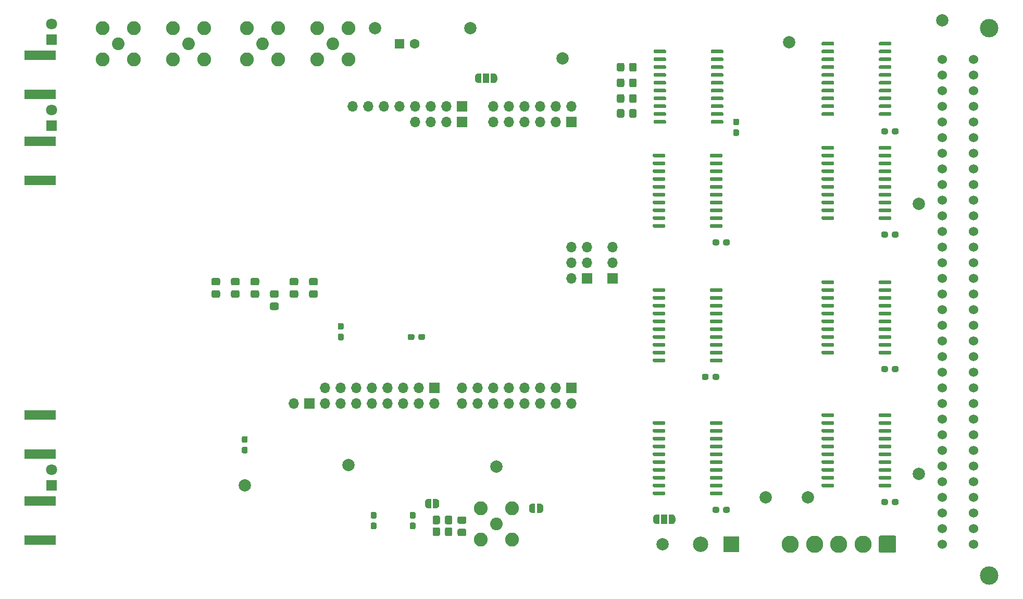
<source format=gbs>
G04 #@! TF.GenerationSoftware,KiCad,Pcbnew,5.1.10-88a1d61d58~88~ubuntu18.04.1*
G04 #@! TF.CreationDate,2022-02-07T17:50:13+01:00*
G04 #@! TF.ProjectId,FPGA_buffer_board,46504741-5f62-4756-9666-65725f626f61,v1.4*
G04 #@! TF.SameCoordinates,Original*
G04 #@! TF.FileFunction,Soldermask,Bot*
G04 #@! TF.FilePolarity,Negative*
%FSLAX46Y46*%
G04 Gerber Fmt 4.6, Leading zero omitted, Abs format (unit mm)*
G04 Created by KiCad (PCBNEW 5.1.10-88a1d61d58~88~ubuntu18.04.1) date 2022-02-07 17:50:13*
%MOMM*%
%LPD*%
G01*
G04 APERTURE LIST*
%ADD10C,0.100000*%
%ADD11O,1.700000X1.700000*%
%ADD12R,1.700000X1.700000*%
%ADD13C,2.250000*%
%ADD14C,2.050000*%
%ADD15C,2.500000*%
%ADD16R,2.500000X2.500000*%
%ADD17C,1.600000*%
%ADD18R,1.600000X1.600000*%
%ADD19C,1.800000*%
%ADD20R,1.800000X1.800000*%
%ADD21C,2.000000*%
%ADD22C,2.800000*%
%ADD23R,5.080000X1.500000*%
%ADD24R,1.000000X1.500000*%
%ADD25C,1.524000*%
%ADD26C,3.000000*%
G04 APERTURE END LIST*
G36*
G01*
X187852000Y-62680001D02*
X187852000Y-61779999D01*
G75*
G02*
X188101999Y-61530000I249999J0D01*
G01*
X188802001Y-61530000D01*
G75*
G02*
X189052000Y-61779999I0J-249999D01*
G01*
X189052000Y-62680001D01*
G75*
G02*
X188802001Y-62930000I-249999J0D01*
G01*
X188101999Y-62930000D01*
G75*
G02*
X187852000Y-62680001I0J249999D01*
G01*
G37*
G36*
G01*
X185852000Y-62680001D02*
X185852000Y-61779999D01*
G75*
G02*
X186101999Y-61530000I249999J0D01*
G01*
X186802001Y-61530000D01*
G75*
G02*
X187052000Y-61779999I0J-249999D01*
G01*
X187052000Y-62680001D01*
G75*
G02*
X186802001Y-62930000I-249999J0D01*
G01*
X186101999Y-62930000D01*
G75*
G02*
X185852000Y-62680001I0J249999D01*
G01*
G37*
G36*
G01*
X187852000Y-65220001D02*
X187852000Y-64319999D01*
G75*
G02*
X188101999Y-64070000I249999J0D01*
G01*
X188802001Y-64070000D01*
G75*
G02*
X189052000Y-64319999I0J-249999D01*
G01*
X189052000Y-65220001D01*
G75*
G02*
X188802001Y-65470000I-249999J0D01*
G01*
X188101999Y-65470000D01*
G75*
G02*
X187852000Y-65220001I0J249999D01*
G01*
G37*
G36*
G01*
X185852000Y-65220001D02*
X185852000Y-64319999D01*
G75*
G02*
X186101999Y-64070000I249999J0D01*
G01*
X186802001Y-64070000D01*
G75*
G02*
X187052000Y-64319999I0J-249999D01*
G01*
X187052000Y-65220001D01*
G75*
G02*
X186802001Y-65470000I-249999J0D01*
G01*
X186101999Y-65470000D01*
G75*
G02*
X185852000Y-65220001I0J249999D01*
G01*
G37*
G36*
G01*
X187852000Y-67760001D02*
X187852000Y-66859999D01*
G75*
G02*
X188101999Y-66610000I249999J0D01*
G01*
X188802001Y-66610000D01*
G75*
G02*
X189052000Y-66859999I0J-249999D01*
G01*
X189052000Y-67760001D01*
G75*
G02*
X188802001Y-68010000I-249999J0D01*
G01*
X188101999Y-68010000D01*
G75*
G02*
X187852000Y-67760001I0J249999D01*
G01*
G37*
G36*
G01*
X185852000Y-67760001D02*
X185852000Y-66859999D01*
G75*
G02*
X186101999Y-66610000I249999J0D01*
G01*
X186802001Y-66610000D01*
G75*
G02*
X187052000Y-66859999I0J-249999D01*
G01*
X187052000Y-67760001D01*
G75*
G02*
X186802001Y-68010000I-249999J0D01*
G01*
X186101999Y-68010000D01*
G75*
G02*
X185852000Y-67760001I0J249999D01*
G01*
G37*
G36*
G01*
X187852000Y-70173001D02*
X187852000Y-69272999D01*
G75*
G02*
X188101999Y-69023000I249999J0D01*
G01*
X188802001Y-69023000D01*
G75*
G02*
X189052000Y-69272999I0J-249999D01*
G01*
X189052000Y-70173001D01*
G75*
G02*
X188802001Y-70423000I-249999J0D01*
G01*
X188101999Y-70423000D01*
G75*
G02*
X187852000Y-70173001I0J249999D01*
G01*
G37*
G36*
G01*
X185852000Y-70173001D02*
X185852000Y-69272999D01*
G75*
G02*
X186101999Y-69023000I249999J0D01*
G01*
X186802001Y-69023000D01*
G75*
G02*
X187052000Y-69272999I0J-249999D01*
G01*
X187052000Y-70173001D01*
G75*
G02*
X186802001Y-70423000I-249999J0D01*
G01*
X186101999Y-70423000D01*
G75*
G02*
X185852000Y-70173001I0J249999D01*
G01*
G37*
D10*
G36*
X173370000Y-133108602D02*
G01*
X173394534Y-133108602D01*
X173443365Y-133113412D01*
X173491490Y-133122984D01*
X173538445Y-133137228D01*
X173583778Y-133156005D01*
X173627051Y-133179136D01*
X173667850Y-133206396D01*
X173705779Y-133237524D01*
X173740476Y-133272221D01*
X173771604Y-133310150D01*
X173798864Y-133350949D01*
X173821995Y-133394222D01*
X173840772Y-133439555D01*
X173855016Y-133486510D01*
X173864588Y-133534635D01*
X173869398Y-133583466D01*
X173869398Y-133608000D01*
X173870000Y-133608000D01*
X173870000Y-134108000D01*
X173869398Y-134108000D01*
X173869398Y-134132534D01*
X173864588Y-134181365D01*
X173855016Y-134229490D01*
X173840772Y-134276445D01*
X173821995Y-134321778D01*
X173798864Y-134365051D01*
X173771604Y-134405850D01*
X173740476Y-134443779D01*
X173705779Y-134478476D01*
X173667850Y-134509604D01*
X173627051Y-134536864D01*
X173583778Y-134559995D01*
X173538445Y-134578772D01*
X173491490Y-134593016D01*
X173443365Y-134602588D01*
X173394534Y-134607398D01*
X173370000Y-134607398D01*
X173370000Y-134608000D01*
X172870000Y-134608000D01*
X172870000Y-133108000D01*
X173370000Y-133108000D01*
X173370000Y-133108602D01*
G37*
G36*
X172570000Y-134608000D02*
G01*
X172070000Y-134608000D01*
X172070000Y-134607398D01*
X172045466Y-134607398D01*
X171996635Y-134602588D01*
X171948510Y-134593016D01*
X171901555Y-134578772D01*
X171856222Y-134559995D01*
X171812949Y-134536864D01*
X171772150Y-134509604D01*
X171734221Y-134478476D01*
X171699524Y-134443779D01*
X171668396Y-134405850D01*
X171641136Y-134365051D01*
X171618005Y-134321778D01*
X171599228Y-134276445D01*
X171584984Y-134229490D01*
X171575412Y-134181365D01*
X171570602Y-134132534D01*
X171570602Y-134108000D01*
X171570000Y-134108000D01*
X171570000Y-133608000D01*
X171570602Y-133608000D01*
X171570602Y-133583466D01*
X171575412Y-133534635D01*
X171584984Y-133486510D01*
X171599228Y-133439555D01*
X171618005Y-133394222D01*
X171641136Y-133350949D01*
X171668396Y-133310150D01*
X171699524Y-133272221D01*
X171734221Y-133237524D01*
X171772150Y-133206396D01*
X171812949Y-133179136D01*
X171856222Y-133156005D01*
X171901555Y-133137228D01*
X171948510Y-133122984D01*
X171996635Y-133113412D01*
X172045466Y-133108602D01*
X172070000Y-133108602D01*
X172070000Y-133108000D01*
X172570000Y-133108000D01*
X172570000Y-134608000D01*
G37*
D11*
X178435000Y-91440000D03*
X180975000Y-91440000D03*
X178435000Y-93980000D03*
X180975000Y-93980000D03*
X178435000Y-96520000D03*
D12*
X180975000Y-96520000D03*
G36*
G01*
X157896000Y-136213001D02*
X157896000Y-135312999D01*
G75*
G02*
X158145999Y-135063000I249999J0D01*
G01*
X158846001Y-135063000D01*
G75*
G02*
X159096000Y-135312999I0J-249999D01*
G01*
X159096000Y-136213001D01*
G75*
G02*
X158846001Y-136463000I-249999J0D01*
G01*
X158145999Y-136463000D01*
G75*
G02*
X157896000Y-136213001I0J249999D01*
G01*
G37*
G36*
G01*
X155896000Y-136213001D02*
X155896000Y-135312999D01*
G75*
G02*
X156145999Y-135063000I249999J0D01*
G01*
X156846001Y-135063000D01*
G75*
G02*
X157096000Y-135312999I0J-249999D01*
G01*
X157096000Y-136213001D01*
G75*
G02*
X156846001Y-136463000I-249999J0D01*
G01*
X156145999Y-136463000D01*
G75*
G02*
X155896000Y-136213001I0J249999D01*
G01*
G37*
G36*
G01*
X157896000Y-138118001D02*
X157896000Y-137217999D01*
G75*
G02*
X158145999Y-136968000I249999J0D01*
G01*
X158846001Y-136968000D01*
G75*
G02*
X159096000Y-137217999I0J-249999D01*
G01*
X159096000Y-138118001D01*
G75*
G02*
X158846001Y-138368000I-249999J0D01*
G01*
X158145999Y-138368000D01*
G75*
G02*
X157896000Y-138118001I0J249999D01*
G01*
G37*
G36*
G01*
X155896000Y-138118001D02*
X155896000Y-137217999D01*
G75*
G02*
X156145999Y-136968000I249999J0D01*
G01*
X156846001Y-136968000D01*
G75*
G02*
X157096000Y-137217999I0J-249999D01*
G01*
X157096000Y-138118001D01*
G75*
G02*
X156846001Y-138368000I-249999J0D01*
G01*
X156145999Y-138368000D01*
G75*
G02*
X155896000Y-138118001I0J249999D01*
G01*
G37*
G36*
G01*
X160204999Y-137179000D02*
X161105001Y-137179000D01*
G75*
G02*
X161355000Y-137428999I0J-249999D01*
G01*
X161355000Y-138129001D01*
G75*
G02*
X161105001Y-138379000I-249999J0D01*
G01*
X160204999Y-138379000D01*
G75*
G02*
X159955000Y-138129001I0J249999D01*
G01*
X159955000Y-137428999D01*
G75*
G02*
X160204999Y-137179000I249999J0D01*
G01*
G37*
G36*
G01*
X160204999Y-135179000D02*
X161105001Y-135179000D01*
G75*
G02*
X161355000Y-135428999I0J-249999D01*
G01*
X161355000Y-136129001D01*
G75*
G02*
X161105001Y-136379000I-249999J0D01*
G01*
X160204999Y-136379000D01*
G75*
G02*
X159955000Y-136129001I0J249999D01*
G01*
X159955000Y-135428999D01*
G75*
G02*
X160204999Y-135179000I249999J0D01*
G01*
G37*
D10*
G36*
X156464000Y-132346602D02*
G01*
X156488534Y-132346602D01*
X156537365Y-132351412D01*
X156585490Y-132360984D01*
X156632445Y-132375228D01*
X156677778Y-132394005D01*
X156721051Y-132417136D01*
X156761850Y-132444396D01*
X156799779Y-132475524D01*
X156834476Y-132510221D01*
X156865604Y-132548150D01*
X156892864Y-132588949D01*
X156915995Y-132632222D01*
X156934772Y-132677555D01*
X156949016Y-132724510D01*
X156958588Y-132772635D01*
X156963398Y-132821466D01*
X156963398Y-132846000D01*
X156964000Y-132846000D01*
X156964000Y-133346000D01*
X156963398Y-133346000D01*
X156963398Y-133370534D01*
X156958588Y-133419365D01*
X156949016Y-133467490D01*
X156934772Y-133514445D01*
X156915995Y-133559778D01*
X156892864Y-133603051D01*
X156865604Y-133643850D01*
X156834476Y-133681779D01*
X156799779Y-133716476D01*
X156761850Y-133747604D01*
X156721051Y-133774864D01*
X156677778Y-133797995D01*
X156632445Y-133816772D01*
X156585490Y-133831016D01*
X156537365Y-133840588D01*
X156488534Y-133845398D01*
X156464000Y-133845398D01*
X156464000Y-133846000D01*
X155964000Y-133846000D01*
X155964000Y-132346000D01*
X156464000Y-132346000D01*
X156464000Y-132346602D01*
G37*
G36*
X155664000Y-133846000D02*
G01*
X155164000Y-133846000D01*
X155164000Y-133845398D01*
X155139466Y-133845398D01*
X155090635Y-133840588D01*
X155042510Y-133831016D01*
X154995555Y-133816772D01*
X154950222Y-133797995D01*
X154906949Y-133774864D01*
X154866150Y-133747604D01*
X154828221Y-133716476D01*
X154793524Y-133681779D01*
X154762396Y-133643850D01*
X154735136Y-133603051D01*
X154712005Y-133559778D01*
X154693228Y-133514445D01*
X154678984Y-133467490D01*
X154669412Y-133419365D01*
X154664602Y-133370534D01*
X154664602Y-133346000D01*
X154664000Y-133346000D01*
X154664000Y-132846000D01*
X154664602Y-132846000D01*
X154664602Y-132821466D01*
X154669412Y-132772635D01*
X154678984Y-132724510D01*
X154693228Y-132677555D01*
X154712005Y-132632222D01*
X154735136Y-132588949D01*
X154762396Y-132548150D01*
X154793524Y-132510221D01*
X154828221Y-132475524D01*
X154866150Y-132444396D01*
X154906949Y-132417136D01*
X154950222Y-132394005D01*
X154995555Y-132375228D01*
X155042510Y-132360984D01*
X155090635Y-132351412D01*
X155139466Y-132346602D01*
X155164000Y-132346602D01*
X155164000Y-132346000D01*
X155664000Y-132346000D01*
X155664000Y-133846000D01*
G37*
D13*
X163703000Y-138938000D03*
X163703000Y-133858000D03*
X168783000Y-133858000D03*
X168783000Y-138938000D03*
D14*
X166243000Y-136398000D03*
D15*
X199470000Y-139700000D03*
D16*
X204470000Y-139700000D03*
D17*
X152995000Y-58420000D03*
D18*
X150495000Y-58420000D03*
D19*
X93980000Y-127635000D03*
D20*
X93980000Y-130175000D03*
D19*
X93980000Y-69215000D03*
D20*
X93980000Y-71755000D03*
D19*
X93980000Y-55245000D03*
D20*
X93980000Y-57785000D03*
D21*
X210058000Y-132080000D03*
X213868000Y-58166000D03*
X177038000Y-60833000D03*
X146558000Y-55880000D03*
D11*
X165735000Y-68580000D03*
X165735000Y-71120000D03*
X168275000Y-68580000D03*
X168275000Y-71120000D03*
X170815000Y-68580000D03*
X170815000Y-71120000D03*
X173355000Y-68580000D03*
X173355000Y-71120000D03*
X175895000Y-68580000D03*
X175895000Y-71120000D03*
X178435000Y-68580000D03*
D12*
X178435000Y-71120000D03*
G36*
G01*
X201110000Y-71270000D02*
X201110000Y-70970000D01*
G75*
G02*
X201260000Y-70820000I150000J0D01*
G01*
X203010000Y-70820000D01*
G75*
G02*
X203160000Y-70970000I0J-150000D01*
G01*
X203160000Y-71270000D01*
G75*
G02*
X203010000Y-71420000I-150000J0D01*
G01*
X201260000Y-71420000D01*
G75*
G02*
X201110000Y-71270000I0J150000D01*
G01*
G37*
G36*
G01*
X201110000Y-70000000D02*
X201110000Y-69700000D01*
G75*
G02*
X201260000Y-69550000I150000J0D01*
G01*
X203010000Y-69550000D01*
G75*
G02*
X203160000Y-69700000I0J-150000D01*
G01*
X203160000Y-70000000D01*
G75*
G02*
X203010000Y-70150000I-150000J0D01*
G01*
X201260000Y-70150000D01*
G75*
G02*
X201110000Y-70000000I0J150000D01*
G01*
G37*
G36*
G01*
X201110000Y-68730000D02*
X201110000Y-68430000D01*
G75*
G02*
X201260000Y-68280000I150000J0D01*
G01*
X203010000Y-68280000D01*
G75*
G02*
X203160000Y-68430000I0J-150000D01*
G01*
X203160000Y-68730000D01*
G75*
G02*
X203010000Y-68880000I-150000J0D01*
G01*
X201260000Y-68880000D01*
G75*
G02*
X201110000Y-68730000I0J150000D01*
G01*
G37*
G36*
G01*
X201110000Y-67460000D02*
X201110000Y-67160000D01*
G75*
G02*
X201260000Y-67010000I150000J0D01*
G01*
X203010000Y-67010000D01*
G75*
G02*
X203160000Y-67160000I0J-150000D01*
G01*
X203160000Y-67460000D01*
G75*
G02*
X203010000Y-67610000I-150000J0D01*
G01*
X201260000Y-67610000D01*
G75*
G02*
X201110000Y-67460000I0J150000D01*
G01*
G37*
G36*
G01*
X201110000Y-66190000D02*
X201110000Y-65890000D01*
G75*
G02*
X201260000Y-65740000I150000J0D01*
G01*
X203010000Y-65740000D01*
G75*
G02*
X203160000Y-65890000I0J-150000D01*
G01*
X203160000Y-66190000D01*
G75*
G02*
X203010000Y-66340000I-150000J0D01*
G01*
X201260000Y-66340000D01*
G75*
G02*
X201110000Y-66190000I0J150000D01*
G01*
G37*
G36*
G01*
X201110000Y-64920000D02*
X201110000Y-64620000D01*
G75*
G02*
X201260000Y-64470000I150000J0D01*
G01*
X203010000Y-64470000D01*
G75*
G02*
X203160000Y-64620000I0J-150000D01*
G01*
X203160000Y-64920000D01*
G75*
G02*
X203010000Y-65070000I-150000J0D01*
G01*
X201260000Y-65070000D01*
G75*
G02*
X201110000Y-64920000I0J150000D01*
G01*
G37*
G36*
G01*
X201110000Y-63650000D02*
X201110000Y-63350000D01*
G75*
G02*
X201260000Y-63200000I150000J0D01*
G01*
X203010000Y-63200000D01*
G75*
G02*
X203160000Y-63350000I0J-150000D01*
G01*
X203160000Y-63650000D01*
G75*
G02*
X203010000Y-63800000I-150000J0D01*
G01*
X201260000Y-63800000D01*
G75*
G02*
X201110000Y-63650000I0J150000D01*
G01*
G37*
G36*
G01*
X201110000Y-62380000D02*
X201110000Y-62080000D01*
G75*
G02*
X201260000Y-61930000I150000J0D01*
G01*
X203010000Y-61930000D01*
G75*
G02*
X203160000Y-62080000I0J-150000D01*
G01*
X203160000Y-62380000D01*
G75*
G02*
X203010000Y-62530000I-150000J0D01*
G01*
X201260000Y-62530000D01*
G75*
G02*
X201110000Y-62380000I0J150000D01*
G01*
G37*
G36*
G01*
X201110000Y-61110000D02*
X201110000Y-60810000D01*
G75*
G02*
X201260000Y-60660000I150000J0D01*
G01*
X203010000Y-60660000D01*
G75*
G02*
X203160000Y-60810000I0J-150000D01*
G01*
X203160000Y-61110000D01*
G75*
G02*
X203010000Y-61260000I-150000J0D01*
G01*
X201260000Y-61260000D01*
G75*
G02*
X201110000Y-61110000I0J150000D01*
G01*
G37*
G36*
G01*
X201110000Y-59840000D02*
X201110000Y-59540000D01*
G75*
G02*
X201260000Y-59390000I150000J0D01*
G01*
X203010000Y-59390000D01*
G75*
G02*
X203160000Y-59540000I0J-150000D01*
G01*
X203160000Y-59840000D01*
G75*
G02*
X203010000Y-59990000I-150000J0D01*
G01*
X201260000Y-59990000D01*
G75*
G02*
X201110000Y-59840000I0J150000D01*
G01*
G37*
G36*
G01*
X191810000Y-59840000D02*
X191810000Y-59540000D01*
G75*
G02*
X191960000Y-59390000I150000J0D01*
G01*
X193710000Y-59390000D01*
G75*
G02*
X193860000Y-59540000I0J-150000D01*
G01*
X193860000Y-59840000D01*
G75*
G02*
X193710000Y-59990000I-150000J0D01*
G01*
X191960000Y-59990000D01*
G75*
G02*
X191810000Y-59840000I0J150000D01*
G01*
G37*
G36*
G01*
X191810000Y-61110000D02*
X191810000Y-60810000D01*
G75*
G02*
X191960000Y-60660000I150000J0D01*
G01*
X193710000Y-60660000D01*
G75*
G02*
X193860000Y-60810000I0J-150000D01*
G01*
X193860000Y-61110000D01*
G75*
G02*
X193710000Y-61260000I-150000J0D01*
G01*
X191960000Y-61260000D01*
G75*
G02*
X191810000Y-61110000I0J150000D01*
G01*
G37*
G36*
G01*
X191810000Y-62380000D02*
X191810000Y-62080000D01*
G75*
G02*
X191960000Y-61930000I150000J0D01*
G01*
X193710000Y-61930000D01*
G75*
G02*
X193860000Y-62080000I0J-150000D01*
G01*
X193860000Y-62380000D01*
G75*
G02*
X193710000Y-62530000I-150000J0D01*
G01*
X191960000Y-62530000D01*
G75*
G02*
X191810000Y-62380000I0J150000D01*
G01*
G37*
G36*
G01*
X191810000Y-63650000D02*
X191810000Y-63350000D01*
G75*
G02*
X191960000Y-63200000I150000J0D01*
G01*
X193710000Y-63200000D01*
G75*
G02*
X193860000Y-63350000I0J-150000D01*
G01*
X193860000Y-63650000D01*
G75*
G02*
X193710000Y-63800000I-150000J0D01*
G01*
X191960000Y-63800000D01*
G75*
G02*
X191810000Y-63650000I0J150000D01*
G01*
G37*
G36*
G01*
X191810000Y-64920000D02*
X191810000Y-64620000D01*
G75*
G02*
X191960000Y-64470000I150000J0D01*
G01*
X193710000Y-64470000D01*
G75*
G02*
X193860000Y-64620000I0J-150000D01*
G01*
X193860000Y-64920000D01*
G75*
G02*
X193710000Y-65070000I-150000J0D01*
G01*
X191960000Y-65070000D01*
G75*
G02*
X191810000Y-64920000I0J150000D01*
G01*
G37*
G36*
G01*
X191810000Y-66190000D02*
X191810000Y-65890000D01*
G75*
G02*
X191960000Y-65740000I150000J0D01*
G01*
X193710000Y-65740000D01*
G75*
G02*
X193860000Y-65890000I0J-150000D01*
G01*
X193860000Y-66190000D01*
G75*
G02*
X193710000Y-66340000I-150000J0D01*
G01*
X191960000Y-66340000D01*
G75*
G02*
X191810000Y-66190000I0J150000D01*
G01*
G37*
G36*
G01*
X191810000Y-67460000D02*
X191810000Y-67160000D01*
G75*
G02*
X191960000Y-67010000I150000J0D01*
G01*
X193710000Y-67010000D01*
G75*
G02*
X193860000Y-67160000I0J-150000D01*
G01*
X193860000Y-67460000D01*
G75*
G02*
X193710000Y-67610000I-150000J0D01*
G01*
X191960000Y-67610000D01*
G75*
G02*
X191810000Y-67460000I0J150000D01*
G01*
G37*
G36*
G01*
X191810000Y-68730000D02*
X191810000Y-68430000D01*
G75*
G02*
X191960000Y-68280000I150000J0D01*
G01*
X193710000Y-68280000D01*
G75*
G02*
X193860000Y-68430000I0J-150000D01*
G01*
X193860000Y-68730000D01*
G75*
G02*
X193710000Y-68880000I-150000J0D01*
G01*
X191960000Y-68880000D01*
G75*
G02*
X191810000Y-68730000I0J150000D01*
G01*
G37*
G36*
G01*
X191810000Y-70000000D02*
X191810000Y-69700000D01*
G75*
G02*
X191960000Y-69550000I150000J0D01*
G01*
X193710000Y-69550000D01*
G75*
G02*
X193860000Y-69700000I0J-150000D01*
G01*
X193860000Y-70000000D01*
G75*
G02*
X193710000Y-70150000I-150000J0D01*
G01*
X191960000Y-70150000D01*
G75*
G02*
X191810000Y-70000000I0J150000D01*
G01*
G37*
G36*
G01*
X191810000Y-71270000D02*
X191810000Y-70970000D01*
G75*
G02*
X191960000Y-70820000I150000J0D01*
G01*
X193710000Y-70820000D01*
G75*
G02*
X193860000Y-70970000I0J-150000D01*
G01*
X193860000Y-71270000D01*
G75*
G02*
X193710000Y-71420000I-150000J0D01*
G01*
X191960000Y-71420000D01*
G75*
G02*
X191810000Y-71270000I0J150000D01*
G01*
G37*
G36*
G01*
X219115000Y-108735000D02*
X219115000Y-108435000D01*
G75*
G02*
X219265000Y-108285000I150000J0D01*
G01*
X221015000Y-108285000D01*
G75*
G02*
X221165000Y-108435000I0J-150000D01*
G01*
X221165000Y-108735000D01*
G75*
G02*
X221015000Y-108885000I-150000J0D01*
G01*
X219265000Y-108885000D01*
G75*
G02*
X219115000Y-108735000I0J150000D01*
G01*
G37*
G36*
G01*
X219115000Y-107465000D02*
X219115000Y-107165000D01*
G75*
G02*
X219265000Y-107015000I150000J0D01*
G01*
X221015000Y-107015000D01*
G75*
G02*
X221165000Y-107165000I0J-150000D01*
G01*
X221165000Y-107465000D01*
G75*
G02*
X221015000Y-107615000I-150000J0D01*
G01*
X219265000Y-107615000D01*
G75*
G02*
X219115000Y-107465000I0J150000D01*
G01*
G37*
G36*
G01*
X219115000Y-106195000D02*
X219115000Y-105895000D01*
G75*
G02*
X219265000Y-105745000I150000J0D01*
G01*
X221015000Y-105745000D01*
G75*
G02*
X221165000Y-105895000I0J-150000D01*
G01*
X221165000Y-106195000D01*
G75*
G02*
X221015000Y-106345000I-150000J0D01*
G01*
X219265000Y-106345000D01*
G75*
G02*
X219115000Y-106195000I0J150000D01*
G01*
G37*
G36*
G01*
X219115000Y-104925000D02*
X219115000Y-104625000D01*
G75*
G02*
X219265000Y-104475000I150000J0D01*
G01*
X221015000Y-104475000D01*
G75*
G02*
X221165000Y-104625000I0J-150000D01*
G01*
X221165000Y-104925000D01*
G75*
G02*
X221015000Y-105075000I-150000J0D01*
G01*
X219265000Y-105075000D01*
G75*
G02*
X219115000Y-104925000I0J150000D01*
G01*
G37*
G36*
G01*
X219115000Y-103655000D02*
X219115000Y-103355000D01*
G75*
G02*
X219265000Y-103205000I150000J0D01*
G01*
X221015000Y-103205000D01*
G75*
G02*
X221165000Y-103355000I0J-150000D01*
G01*
X221165000Y-103655000D01*
G75*
G02*
X221015000Y-103805000I-150000J0D01*
G01*
X219265000Y-103805000D01*
G75*
G02*
X219115000Y-103655000I0J150000D01*
G01*
G37*
G36*
G01*
X219115000Y-102385000D02*
X219115000Y-102085000D01*
G75*
G02*
X219265000Y-101935000I150000J0D01*
G01*
X221015000Y-101935000D01*
G75*
G02*
X221165000Y-102085000I0J-150000D01*
G01*
X221165000Y-102385000D01*
G75*
G02*
X221015000Y-102535000I-150000J0D01*
G01*
X219265000Y-102535000D01*
G75*
G02*
X219115000Y-102385000I0J150000D01*
G01*
G37*
G36*
G01*
X219115000Y-101115000D02*
X219115000Y-100815000D01*
G75*
G02*
X219265000Y-100665000I150000J0D01*
G01*
X221015000Y-100665000D01*
G75*
G02*
X221165000Y-100815000I0J-150000D01*
G01*
X221165000Y-101115000D01*
G75*
G02*
X221015000Y-101265000I-150000J0D01*
G01*
X219265000Y-101265000D01*
G75*
G02*
X219115000Y-101115000I0J150000D01*
G01*
G37*
G36*
G01*
X219115000Y-99845000D02*
X219115000Y-99545000D01*
G75*
G02*
X219265000Y-99395000I150000J0D01*
G01*
X221015000Y-99395000D01*
G75*
G02*
X221165000Y-99545000I0J-150000D01*
G01*
X221165000Y-99845000D01*
G75*
G02*
X221015000Y-99995000I-150000J0D01*
G01*
X219265000Y-99995000D01*
G75*
G02*
X219115000Y-99845000I0J150000D01*
G01*
G37*
G36*
G01*
X219115000Y-98575000D02*
X219115000Y-98275000D01*
G75*
G02*
X219265000Y-98125000I150000J0D01*
G01*
X221015000Y-98125000D01*
G75*
G02*
X221165000Y-98275000I0J-150000D01*
G01*
X221165000Y-98575000D01*
G75*
G02*
X221015000Y-98725000I-150000J0D01*
G01*
X219265000Y-98725000D01*
G75*
G02*
X219115000Y-98575000I0J150000D01*
G01*
G37*
G36*
G01*
X219115000Y-97305000D02*
X219115000Y-97005000D01*
G75*
G02*
X219265000Y-96855000I150000J0D01*
G01*
X221015000Y-96855000D01*
G75*
G02*
X221165000Y-97005000I0J-150000D01*
G01*
X221165000Y-97305000D01*
G75*
G02*
X221015000Y-97455000I-150000J0D01*
G01*
X219265000Y-97455000D01*
G75*
G02*
X219115000Y-97305000I0J150000D01*
G01*
G37*
G36*
G01*
X228415000Y-97305000D02*
X228415000Y-97005000D01*
G75*
G02*
X228565000Y-96855000I150000J0D01*
G01*
X230315000Y-96855000D01*
G75*
G02*
X230465000Y-97005000I0J-150000D01*
G01*
X230465000Y-97305000D01*
G75*
G02*
X230315000Y-97455000I-150000J0D01*
G01*
X228565000Y-97455000D01*
G75*
G02*
X228415000Y-97305000I0J150000D01*
G01*
G37*
G36*
G01*
X228415000Y-98575000D02*
X228415000Y-98275000D01*
G75*
G02*
X228565000Y-98125000I150000J0D01*
G01*
X230315000Y-98125000D01*
G75*
G02*
X230465000Y-98275000I0J-150000D01*
G01*
X230465000Y-98575000D01*
G75*
G02*
X230315000Y-98725000I-150000J0D01*
G01*
X228565000Y-98725000D01*
G75*
G02*
X228415000Y-98575000I0J150000D01*
G01*
G37*
G36*
G01*
X228415000Y-99845000D02*
X228415000Y-99545000D01*
G75*
G02*
X228565000Y-99395000I150000J0D01*
G01*
X230315000Y-99395000D01*
G75*
G02*
X230465000Y-99545000I0J-150000D01*
G01*
X230465000Y-99845000D01*
G75*
G02*
X230315000Y-99995000I-150000J0D01*
G01*
X228565000Y-99995000D01*
G75*
G02*
X228415000Y-99845000I0J150000D01*
G01*
G37*
G36*
G01*
X228415000Y-101115000D02*
X228415000Y-100815000D01*
G75*
G02*
X228565000Y-100665000I150000J0D01*
G01*
X230315000Y-100665000D01*
G75*
G02*
X230465000Y-100815000I0J-150000D01*
G01*
X230465000Y-101115000D01*
G75*
G02*
X230315000Y-101265000I-150000J0D01*
G01*
X228565000Y-101265000D01*
G75*
G02*
X228415000Y-101115000I0J150000D01*
G01*
G37*
G36*
G01*
X228415000Y-102385000D02*
X228415000Y-102085000D01*
G75*
G02*
X228565000Y-101935000I150000J0D01*
G01*
X230315000Y-101935000D01*
G75*
G02*
X230465000Y-102085000I0J-150000D01*
G01*
X230465000Y-102385000D01*
G75*
G02*
X230315000Y-102535000I-150000J0D01*
G01*
X228565000Y-102535000D01*
G75*
G02*
X228415000Y-102385000I0J150000D01*
G01*
G37*
G36*
G01*
X228415000Y-103655000D02*
X228415000Y-103355000D01*
G75*
G02*
X228565000Y-103205000I150000J0D01*
G01*
X230315000Y-103205000D01*
G75*
G02*
X230465000Y-103355000I0J-150000D01*
G01*
X230465000Y-103655000D01*
G75*
G02*
X230315000Y-103805000I-150000J0D01*
G01*
X228565000Y-103805000D01*
G75*
G02*
X228415000Y-103655000I0J150000D01*
G01*
G37*
G36*
G01*
X228415000Y-104925000D02*
X228415000Y-104625000D01*
G75*
G02*
X228565000Y-104475000I150000J0D01*
G01*
X230315000Y-104475000D01*
G75*
G02*
X230465000Y-104625000I0J-150000D01*
G01*
X230465000Y-104925000D01*
G75*
G02*
X230315000Y-105075000I-150000J0D01*
G01*
X228565000Y-105075000D01*
G75*
G02*
X228415000Y-104925000I0J150000D01*
G01*
G37*
G36*
G01*
X228415000Y-106195000D02*
X228415000Y-105895000D01*
G75*
G02*
X228565000Y-105745000I150000J0D01*
G01*
X230315000Y-105745000D01*
G75*
G02*
X230465000Y-105895000I0J-150000D01*
G01*
X230465000Y-106195000D01*
G75*
G02*
X230315000Y-106345000I-150000J0D01*
G01*
X228565000Y-106345000D01*
G75*
G02*
X228415000Y-106195000I0J150000D01*
G01*
G37*
G36*
G01*
X228415000Y-107465000D02*
X228415000Y-107165000D01*
G75*
G02*
X228565000Y-107015000I150000J0D01*
G01*
X230315000Y-107015000D01*
G75*
G02*
X230465000Y-107165000I0J-150000D01*
G01*
X230465000Y-107465000D01*
G75*
G02*
X230315000Y-107615000I-150000J0D01*
G01*
X228565000Y-107615000D01*
G75*
G02*
X228415000Y-107465000I0J150000D01*
G01*
G37*
G36*
G01*
X228415000Y-108735000D02*
X228415000Y-108435000D01*
G75*
G02*
X228565000Y-108285000I150000J0D01*
G01*
X230315000Y-108285000D01*
G75*
G02*
X230465000Y-108435000I0J-150000D01*
G01*
X230465000Y-108735000D01*
G75*
G02*
X230315000Y-108885000I-150000J0D01*
G01*
X228565000Y-108885000D01*
G75*
G02*
X228415000Y-108735000I0J150000D01*
G01*
G37*
G36*
G01*
X219115000Y-130325000D02*
X219115000Y-130025000D01*
G75*
G02*
X219265000Y-129875000I150000J0D01*
G01*
X221015000Y-129875000D01*
G75*
G02*
X221165000Y-130025000I0J-150000D01*
G01*
X221165000Y-130325000D01*
G75*
G02*
X221015000Y-130475000I-150000J0D01*
G01*
X219265000Y-130475000D01*
G75*
G02*
X219115000Y-130325000I0J150000D01*
G01*
G37*
G36*
G01*
X219115000Y-129055000D02*
X219115000Y-128755000D01*
G75*
G02*
X219265000Y-128605000I150000J0D01*
G01*
X221015000Y-128605000D01*
G75*
G02*
X221165000Y-128755000I0J-150000D01*
G01*
X221165000Y-129055000D01*
G75*
G02*
X221015000Y-129205000I-150000J0D01*
G01*
X219265000Y-129205000D01*
G75*
G02*
X219115000Y-129055000I0J150000D01*
G01*
G37*
G36*
G01*
X219115000Y-127785000D02*
X219115000Y-127485000D01*
G75*
G02*
X219265000Y-127335000I150000J0D01*
G01*
X221015000Y-127335000D01*
G75*
G02*
X221165000Y-127485000I0J-150000D01*
G01*
X221165000Y-127785000D01*
G75*
G02*
X221015000Y-127935000I-150000J0D01*
G01*
X219265000Y-127935000D01*
G75*
G02*
X219115000Y-127785000I0J150000D01*
G01*
G37*
G36*
G01*
X219115000Y-126515000D02*
X219115000Y-126215000D01*
G75*
G02*
X219265000Y-126065000I150000J0D01*
G01*
X221015000Y-126065000D01*
G75*
G02*
X221165000Y-126215000I0J-150000D01*
G01*
X221165000Y-126515000D01*
G75*
G02*
X221015000Y-126665000I-150000J0D01*
G01*
X219265000Y-126665000D01*
G75*
G02*
X219115000Y-126515000I0J150000D01*
G01*
G37*
G36*
G01*
X219115000Y-125245000D02*
X219115000Y-124945000D01*
G75*
G02*
X219265000Y-124795000I150000J0D01*
G01*
X221015000Y-124795000D01*
G75*
G02*
X221165000Y-124945000I0J-150000D01*
G01*
X221165000Y-125245000D01*
G75*
G02*
X221015000Y-125395000I-150000J0D01*
G01*
X219265000Y-125395000D01*
G75*
G02*
X219115000Y-125245000I0J150000D01*
G01*
G37*
G36*
G01*
X219115000Y-123975000D02*
X219115000Y-123675000D01*
G75*
G02*
X219265000Y-123525000I150000J0D01*
G01*
X221015000Y-123525000D01*
G75*
G02*
X221165000Y-123675000I0J-150000D01*
G01*
X221165000Y-123975000D01*
G75*
G02*
X221015000Y-124125000I-150000J0D01*
G01*
X219265000Y-124125000D01*
G75*
G02*
X219115000Y-123975000I0J150000D01*
G01*
G37*
G36*
G01*
X219115000Y-122705000D02*
X219115000Y-122405000D01*
G75*
G02*
X219265000Y-122255000I150000J0D01*
G01*
X221015000Y-122255000D01*
G75*
G02*
X221165000Y-122405000I0J-150000D01*
G01*
X221165000Y-122705000D01*
G75*
G02*
X221015000Y-122855000I-150000J0D01*
G01*
X219265000Y-122855000D01*
G75*
G02*
X219115000Y-122705000I0J150000D01*
G01*
G37*
G36*
G01*
X219115000Y-121435000D02*
X219115000Y-121135000D01*
G75*
G02*
X219265000Y-120985000I150000J0D01*
G01*
X221015000Y-120985000D01*
G75*
G02*
X221165000Y-121135000I0J-150000D01*
G01*
X221165000Y-121435000D01*
G75*
G02*
X221015000Y-121585000I-150000J0D01*
G01*
X219265000Y-121585000D01*
G75*
G02*
X219115000Y-121435000I0J150000D01*
G01*
G37*
G36*
G01*
X219115000Y-120165000D02*
X219115000Y-119865000D01*
G75*
G02*
X219265000Y-119715000I150000J0D01*
G01*
X221015000Y-119715000D01*
G75*
G02*
X221165000Y-119865000I0J-150000D01*
G01*
X221165000Y-120165000D01*
G75*
G02*
X221015000Y-120315000I-150000J0D01*
G01*
X219265000Y-120315000D01*
G75*
G02*
X219115000Y-120165000I0J150000D01*
G01*
G37*
G36*
G01*
X219115000Y-118895000D02*
X219115000Y-118595000D01*
G75*
G02*
X219265000Y-118445000I150000J0D01*
G01*
X221015000Y-118445000D01*
G75*
G02*
X221165000Y-118595000I0J-150000D01*
G01*
X221165000Y-118895000D01*
G75*
G02*
X221015000Y-119045000I-150000J0D01*
G01*
X219265000Y-119045000D01*
G75*
G02*
X219115000Y-118895000I0J150000D01*
G01*
G37*
G36*
G01*
X228415000Y-118895000D02*
X228415000Y-118595000D01*
G75*
G02*
X228565000Y-118445000I150000J0D01*
G01*
X230315000Y-118445000D01*
G75*
G02*
X230465000Y-118595000I0J-150000D01*
G01*
X230465000Y-118895000D01*
G75*
G02*
X230315000Y-119045000I-150000J0D01*
G01*
X228565000Y-119045000D01*
G75*
G02*
X228415000Y-118895000I0J150000D01*
G01*
G37*
G36*
G01*
X228415000Y-120165000D02*
X228415000Y-119865000D01*
G75*
G02*
X228565000Y-119715000I150000J0D01*
G01*
X230315000Y-119715000D01*
G75*
G02*
X230465000Y-119865000I0J-150000D01*
G01*
X230465000Y-120165000D01*
G75*
G02*
X230315000Y-120315000I-150000J0D01*
G01*
X228565000Y-120315000D01*
G75*
G02*
X228415000Y-120165000I0J150000D01*
G01*
G37*
G36*
G01*
X228415000Y-121435000D02*
X228415000Y-121135000D01*
G75*
G02*
X228565000Y-120985000I150000J0D01*
G01*
X230315000Y-120985000D01*
G75*
G02*
X230465000Y-121135000I0J-150000D01*
G01*
X230465000Y-121435000D01*
G75*
G02*
X230315000Y-121585000I-150000J0D01*
G01*
X228565000Y-121585000D01*
G75*
G02*
X228415000Y-121435000I0J150000D01*
G01*
G37*
G36*
G01*
X228415000Y-122705000D02*
X228415000Y-122405000D01*
G75*
G02*
X228565000Y-122255000I150000J0D01*
G01*
X230315000Y-122255000D01*
G75*
G02*
X230465000Y-122405000I0J-150000D01*
G01*
X230465000Y-122705000D01*
G75*
G02*
X230315000Y-122855000I-150000J0D01*
G01*
X228565000Y-122855000D01*
G75*
G02*
X228415000Y-122705000I0J150000D01*
G01*
G37*
G36*
G01*
X228415000Y-123975000D02*
X228415000Y-123675000D01*
G75*
G02*
X228565000Y-123525000I150000J0D01*
G01*
X230315000Y-123525000D01*
G75*
G02*
X230465000Y-123675000I0J-150000D01*
G01*
X230465000Y-123975000D01*
G75*
G02*
X230315000Y-124125000I-150000J0D01*
G01*
X228565000Y-124125000D01*
G75*
G02*
X228415000Y-123975000I0J150000D01*
G01*
G37*
G36*
G01*
X228415000Y-125245000D02*
X228415000Y-124945000D01*
G75*
G02*
X228565000Y-124795000I150000J0D01*
G01*
X230315000Y-124795000D01*
G75*
G02*
X230465000Y-124945000I0J-150000D01*
G01*
X230465000Y-125245000D01*
G75*
G02*
X230315000Y-125395000I-150000J0D01*
G01*
X228565000Y-125395000D01*
G75*
G02*
X228415000Y-125245000I0J150000D01*
G01*
G37*
G36*
G01*
X228415000Y-126515000D02*
X228415000Y-126215000D01*
G75*
G02*
X228565000Y-126065000I150000J0D01*
G01*
X230315000Y-126065000D01*
G75*
G02*
X230465000Y-126215000I0J-150000D01*
G01*
X230465000Y-126515000D01*
G75*
G02*
X230315000Y-126665000I-150000J0D01*
G01*
X228565000Y-126665000D01*
G75*
G02*
X228415000Y-126515000I0J150000D01*
G01*
G37*
G36*
G01*
X228415000Y-127785000D02*
X228415000Y-127485000D01*
G75*
G02*
X228565000Y-127335000I150000J0D01*
G01*
X230315000Y-127335000D01*
G75*
G02*
X230465000Y-127485000I0J-150000D01*
G01*
X230465000Y-127785000D01*
G75*
G02*
X230315000Y-127935000I-150000J0D01*
G01*
X228565000Y-127935000D01*
G75*
G02*
X228415000Y-127785000I0J150000D01*
G01*
G37*
G36*
G01*
X228415000Y-129055000D02*
X228415000Y-128755000D01*
G75*
G02*
X228565000Y-128605000I150000J0D01*
G01*
X230315000Y-128605000D01*
G75*
G02*
X230465000Y-128755000I0J-150000D01*
G01*
X230465000Y-129055000D01*
G75*
G02*
X230315000Y-129205000I-150000J0D01*
G01*
X228565000Y-129205000D01*
G75*
G02*
X228415000Y-129055000I0J150000D01*
G01*
G37*
G36*
G01*
X228415000Y-130325000D02*
X228415000Y-130025000D01*
G75*
G02*
X228565000Y-129875000I150000J0D01*
G01*
X230315000Y-129875000D01*
G75*
G02*
X230465000Y-130025000I0J-150000D01*
G01*
X230465000Y-130325000D01*
G75*
G02*
X230315000Y-130475000I-150000J0D01*
G01*
X228565000Y-130475000D01*
G75*
G02*
X228415000Y-130325000I0J150000D01*
G01*
G37*
X185166000Y-96520000D03*
D11*
X185166000Y-93980000D03*
X185166000Y-91440000D03*
G36*
G01*
X231235000Y-138560400D02*
X231235000Y-140839600D01*
G75*
G02*
X230974600Y-141100000I-260400J0D01*
G01*
X228695400Y-141100000D01*
G75*
G02*
X228435000Y-140839600I0J260400D01*
G01*
X228435000Y-138560400D01*
G75*
G02*
X228695400Y-138300000I260400J0D01*
G01*
X230974600Y-138300000D01*
G75*
G02*
X231235000Y-138560400I0J-260400D01*
G01*
G37*
D22*
X225875000Y-139700000D03*
X221915000Y-139700000D03*
X217955000Y-139700000D03*
X213995000Y-139700000D03*
D23*
X92075000Y-132715000D03*
X92075000Y-139065000D03*
X92075000Y-125095000D03*
X92075000Y-118745000D03*
D10*
G36*
X194848000Y-134886602D02*
G01*
X194872534Y-134886602D01*
X194921365Y-134891412D01*
X194969490Y-134900984D01*
X195016445Y-134915228D01*
X195061778Y-134934005D01*
X195105051Y-134957136D01*
X195145850Y-134984396D01*
X195183779Y-135015524D01*
X195218476Y-135050221D01*
X195249604Y-135088150D01*
X195276864Y-135128949D01*
X195299995Y-135172222D01*
X195318772Y-135217555D01*
X195333016Y-135264510D01*
X195342588Y-135312635D01*
X195347398Y-135361466D01*
X195347398Y-135386000D01*
X195348000Y-135386000D01*
X195348000Y-135886000D01*
X195347398Y-135886000D01*
X195347398Y-135910534D01*
X195342588Y-135959365D01*
X195333016Y-136007490D01*
X195318772Y-136054445D01*
X195299995Y-136099778D01*
X195276864Y-136143051D01*
X195249604Y-136183850D01*
X195218476Y-136221779D01*
X195183779Y-136256476D01*
X195145850Y-136287604D01*
X195105051Y-136314864D01*
X195061778Y-136337995D01*
X195016445Y-136356772D01*
X194969490Y-136371016D01*
X194921365Y-136380588D01*
X194872534Y-136385398D01*
X194848000Y-136385398D01*
X194848000Y-136386000D01*
X194298000Y-136386000D01*
X194298000Y-134886000D01*
X194848000Y-134886000D01*
X194848000Y-134886602D01*
G37*
D24*
X193548000Y-135636000D03*
D10*
G36*
X192798000Y-136386000D02*
G01*
X192248000Y-136386000D01*
X192248000Y-136385398D01*
X192223466Y-136385398D01*
X192174635Y-136380588D01*
X192126510Y-136371016D01*
X192079555Y-136356772D01*
X192034222Y-136337995D01*
X191990949Y-136314864D01*
X191950150Y-136287604D01*
X191912221Y-136256476D01*
X191877524Y-136221779D01*
X191846396Y-136183850D01*
X191819136Y-136143051D01*
X191796005Y-136099778D01*
X191777228Y-136054445D01*
X191762984Y-136007490D01*
X191753412Y-135959365D01*
X191748602Y-135910534D01*
X191748602Y-135886000D01*
X191748000Y-135886000D01*
X191748000Y-135386000D01*
X191748602Y-135386000D01*
X191748602Y-135361466D01*
X191753412Y-135312635D01*
X191762984Y-135264510D01*
X191777228Y-135217555D01*
X191796005Y-135172222D01*
X191819136Y-135128949D01*
X191846396Y-135088150D01*
X191877524Y-135050221D01*
X191912221Y-135015524D01*
X191950150Y-134984396D01*
X191990949Y-134957136D01*
X192034222Y-134934005D01*
X192079555Y-134915228D01*
X192126510Y-134900984D01*
X192174635Y-134891412D01*
X192223466Y-134886602D01*
X192248000Y-134886602D01*
X192248000Y-134886000D01*
X192798000Y-134886000D01*
X192798000Y-136386000D01*
G37*
G36*
G01*
X200983000Y-88161000D02*
X200983000Y-87861000D01*
G75*
G02*
X201133000Y-87711000I150000J0D01*
G01*
X202883000Y-87711000D01*
G75*
G02*
X203033000Y-87861000I0J-150000D01*
G01*
X203033000Y-88161000D01*
G75*
G02*
X202883000Y-88311000I-150000J0D01*
G01*
X201133000Y-88311000D01*
G75*
G02*
X200983000Y-88161000I0J150000D01*
G01*
G37*
G36*
G01*
X200983000Y-86891000D02*
X200983000Y-86591000D01*
G75*
G02*
X201133000Y-86441000I150000J0D01*
G01*
X202883000Y-86441000D01*
G75*
G02*
X203033000Y-86591000I0J-150000D01*
G01*
X203033000Y-86891000D01*
G75*
G02*
X202883000Y-87041000I-150000J0D01*
G01*
X201133000Y-87041000D01*
G75*
G02*
X200983000Y-86891000I0J150000D01*
G01*
G37*
G36*
G01*
X200983000Y-85621000D02*
X200983000Y-85321000D01*
G75*
G02*
X201133000Y-85171000I150000J0D01*
G01*
X202883000Y-85171000D01*
G75*
G02*
X203033000Y-85321000I0J-150000D01*
G01*
X203033000Y-85621000D01*
G75*
G02*
X202883000Y-85771000I-150000J0D01*
G01*
X201133000Y-85771000D01*
G75*
G02*
X200983000Y-85621000I0J150000D01*
G01*
G37*
G36*
G01*
X200983000Y-84351000D02*
X200983000Y-84051000D01*
G75*
G02*
X201133000Y-83901000I150000J0D01*
G01*
X202883000Y-83901000D01*
G75*
G02*
X203033000Y-84051000I0J-150000D01*
G01*
X203033000Y-84351000D01*
G75*
G02*
X202883000Y-84501000I-150000J0D01*
G01*
X201133000Y-84501000D01*
G75*
G02*
X200983000Y-84351000I0J150000D01*
G01*
G37*
G36*
G01*
X200983000Y-83081000D02*
X200983000Y-82781000D01*
G75*
G02*
X201133000Y-82631000I150000J0D01*
G01*
X202883000Y-82631000D01*
G75*
G02*
X203033000Y-82781000I0J-150000D01*
G01*
X203033000Y-83081000D01*
G75*
G02*
X202883000Y-83231000I-150000J0D01*
G01*
X201133000Y-83231000D01*
G75*
G02*
X200983000Y-83081000I0J150000D01*
G01*
G37*
G36*
G01*
X200983000Y-81811000D02*
X200983000Y-81511000D01*
G75*
G02*
X201133000Y-81361000I150000J0D01*
G01*
X202883000Y-81361000D01*
G75*
G02*
X203033000Y-81511000I0J-150000D01*
G01*
X203033000Y-81811000D01*
G75*
G02*
X202883000Y-81961000I-150000J0D01*
G01*
X201133000Y-81961000D01*
G75*
G02*
X200983000Y-81811000I0J150000D01*
G01*
G37*
G36*
G01*
X200983000Y-80541000D02*
X200983000Y-80241000D01*
G75*
G02*
X201133000Y-80091000I150000J0D01*
G01*
X202883000Y-80091000D01*
G75*
G02*
X203033000Y-80241000I0J-150000D01*
G01*
X203033000Y-80541000D01*
G75*
G02*
X202883000Y-80691000I-150000J0D01*
G01*
X201133000Y-80691000D01*
G75*
G02*
X200983000Y-80541000I0J150000D01*
G01*
G37*
G36*
G01*
X200983000Y-79271000D02*
X200983000Y-78971000D01*
G75*
G02*
X201133000Y-78821000I150000J0D01*
G01*
X202883000Y-78821000D01*
G75*
G02*
X203033000Y-78971000I0J-150000D01*
G01*
X203033000Y-79271000D01*
G75*
G02*
X202883000Y-79421000I-150000J0D01*
G01*
X201133000Y-79421000D01*
G75*
G02*
X200983000Y-79271000I0J150000D01*
G01*
G37*
G36*
G01*
X200983000Y-78001000D02*
X200983000Y-77701000D01*
G75*
G02*
X201133000Y-77551000I150000J0D01*
G01*
X202883000Y-77551000D01*
G75*
G02*
X203033000Y-77701000I0J-150000D01*
G01*
X203033000Y-78001000D01*
G75*
G02*
X202883000Y-78151000I-150000J0D01*
G01*
X201133000Y-78151000D01*
G75*
G02*
X200983000Y-78001000I0J150000D01*
G01*
G37*
G36*
G01*
X200983000Y-76731000D02*
X200983000Y-76431000D01*
G75*
G02*
X201133000Y-76281000I150000J0D01*
G01*
X202883000Y-76281000D01*
G75*
G02*
X203033000Y-76431000I0J-150000D01*
G01*
X203033000Y-76731000D01*
G75*
G02*
X202883000Y-76881000I-150000J0D01*
G01*
X201133000Y-76881000D01*
G75*
G02*
X200983000Y-76731000I0J150000D01*
G01*
G37*
G36*
G01*
X191683000Y-76731000D02*
X191683000Y-76431000D01*
G75*
G02*
X191833000Y-76281000I150000J0D01*
G01*
X193583000Y-76281000D01*
G75*
G02*
X193733000Y-76431000I0J-150000D01*
G01*
X193733000Y-76731000D01*
G75*
G02*
X193583000Y-76881000I-150000J0D01*
G01*
X191833000Y-76881000D01*
G75*
G02*
X191683000Y-76731000I0J150000D01*
G01*
G37*
G36*
G01*
X191683000Y-78001000D02*
X191683000Y-77701000D01*
G75*
G02*
X191833000Y-77551000I150000J0D01*
G01*
X193583000Y-77551000D01*
G75*
G02*
X193733000Y-77701000I0J-150000D01*
G01*
X193733000Y-78001000D01*
G75*
G02*
X193583000Y-78151000I-150000J0D01*
G01*
X191833000Y-78151000D01*
G75*
G02*
X191683000Y-78001000I0J150000D01*
G01*
G37*
G36*
G01*
X191683000Y-79271000D02*
X191683000Y-78971000D01*
G75*
G02*
X191833000Y-78821000I150000J0D01*
G01*
X193583000Y-78821000D01*
G75*
G02*
X193733000Y-78971000I0J-150000D01*
G01*
X193733000Y-79271000D01*
G75*
G02*
X193583000Y-79421000I-150000J0D01*
G01*
X191833000Y-79421000D01*
G75*
G02*
X191683000Y-79271000I0J150000D01*
G01*
G37*
G36*
G01*
X191683000Y-80541000D02*
X191683000Y-80241000D01*
G75*
G02*
X191833000Y-80091000I150000J0D01*
G01*
X193583000Y-80091000D01*
G75*
G02*
X193733000Y-80241000I0J-150000D01*
G01*
X193733000Y-80541000D01*
G75*
G02*
X193583000Y-80691000I-150000J0D01*
G01*
X191833000Y-80691000D01*
G75*
G02*
X191683000Y-80541000I0J150000D01*
G01*
G37*
G36*
G01*
X191683000Y-81811000D02*
X191683000Y-81511000D01*
G75*
G02*
X191833000Y-81361000I150000J0D01*
G01*
X193583000Y-81361000D01*
G75*
G02*
X193733000Y-81511000I0J-150000D01*
G01*
X193733000Y-81811000D01*
G75*
G02*
X193583000Y-81961000I-150000J0D01*
G01*
X191833000Y-81961000D01*
G75*
G02*
X191683000Y-81811000I0J150000D01*
G01*
G37*
G36*
G01*
X191683000Y-83081000D02*
X191683000Y-82781000D01*
G75*
G02*
X191833000Y-82631000I150000J0D01*
G01*
X193583000Y-82631000D01*
G75*
G02*
X193733000Y-82781000I0J-150000D01*
G01*
X193733000Y-83081000D01*
G75*
G02*
X193583000Y-83231000I-150000J0D01*
G01*
X191833000Y-83231000D01*
G75*
G02*
X191683000Y-83081000I0J150000D01*
G01*
G37*
G36*
G01*
X191683000Y-84351000D02*
X191683000Y-84051000D01*
G75*
G02*
X191833000Y-83901000I150000J0D01*
G01*
X193583000Y-83901000D01*
G75*
G02*
X193733000Y-84051000I0J-150000D01*
G01*
X193733000Y-84351000D01*
G75*
G02*
X193583000Y-84501000I-150000J0D01*
G01*
X191833000Y-84501000D01*
G75*
G02*
X191683000Y-84351000I0J150000D01*
G01*
G37*
G36*
G01*
X191683000Y-85621000D02*
X191683000Y-85321000D01*
G75*
G02*
X191833000Y-85171000I150000J0D01*
G01*
X193583000Y-85171000D01*
G75*
G02*
X193733000Y-85321000I0J-150000D01*
G01*
X193733000Y-85621000D01*
G75*
G02*
X193583000Y-85771000I-150000J0D01*
G01*
X191833000Y-85771000D01*
G75*
G02*
X191683000Y-85621000I0J150000D01*
G01*
G37*
G36*
G01*
X191683000Y-86891000D02*
X191683000Y-86591000D01*
G75*
G02*
X191833000Y-86441000I150000J0D01*
G01*
X193583000Y-86441000D01*
G75*
G02*
X193733000Y-86591000I0J-150000D01*
G01*
X193733000Y-86891000D01*
G75*
G02*
X193583000Y-87041000I-150000J0D01*
G01*
X191833000Y-87041000D01*
G75*
G02*
X191683000Y-86891000I0J150000D01*
G01*
G37*
G36*
G01*
X191683000Y-88161000D02*
X191683000Y-87861000D01*
G75*
G02*
X191833000Y-87711000I150000J0D01*
G01*
X193583000Y-87711000D01*
G75*
G02*
X193733000Y-87861000I0J-150000D01*
G01*
X193733000Y-88161000D01*
G75*
G02*
X193583000Y-88311000I-150000J0D01*
G01*
X191833000Y-88311000D01*
G75*
G02*
X191683000Y-88161000I0J150000D01*
G01*
G37*
G36*
G01*
X191683000Y-110005000D02*
X191683000Y-109705000D01*
G75*
G02*
X191833000Y-109555000I150000J0D01*
G01*
X193583000Y-109555000D01*
G75*
G02*
X193733000Y-109705000I0J-150000D01*
G01*
X193733000Y-110005000D01*
G75*
G02*
X193583000Y-110155000I-150000J0D01*
G01*
X191833000Y-110155000D01*
G75*
G02*
X191683000Y-110005000I0J150000D01*
G01*
G37*
G36*
G01*
X191683000Y-108735000D02*
X191683000Y-108435000D01*
G75*
G02*
X191833000Y-108285000I150000J0D01*
G01*
X193583000Y-108285000D01*
G75*
G02*
X193733000Y-108435000I0J-150000D01*
G01*
X193733000Y-108735000D01*
G75*
G02*
X193583000Y-108885000I-150000J0D01*
G01*
X191833000Y-108885000D01*
G75*
G02*
X191683000Y-108735000I0J150000D01*
G01*
G37*
G36*
G01*
X191683000Y-107465000D02*
X191683000Y-107165000D01*
G75*
G02*
X191833000Y-107015000I150000J0D01*
G01*
X193583000Y-107015000D01*
G75*
G02*
X193733000Y-107165000I0J-150000D01*
G01*
X193733000Y-107465000D01*
G75*
G02*
X193583000Y-107615000I-150000J0D01*
G01*
X191833000Y-107615000D01*
G75*
G02*
X191683000Y-107465000I0J150000D01*
G01*
G37*
G36*
G01*
X191683000Y-106195000D02*
X191683000Y-105895000D01*
G75*
G02*
X191833000Y-105745000I150000J0D01*
G01*
X193583000Y-105745000D01*
G75*
G02*
X193733000Y-105895000I0J-150000D01*
G01*
X193733000Y-106195000D01*
G75*
G02*
X193583000Y-106345000I-150000J0D01*
G01*
X191833000Y-106345000D01*
G75*
G02*
X191683000Y-106195000I0J150000D01*
G01*
G37*
G36*
G01*
X191683000Y-104925000D02*
X191683000Y-104625000D01*
G75*
G02*
X191833000Y-104475000I150000J0D01*
G01*
X193583000Y-104475000D01*
G75*
G02*
X193733000Y-104625000I0J-150000D01*
G01*
X193733000Y-104925000D01*
G75*
G02*
X193583000Y-105075000I-150000J0D01*
G01*
X191833000Y-105075000D01*
G75*
G02*
X191683000Y-104925000I0J150000D01*
G01*
G37*
G36*
G01*
X191683000Y-103655000D02*
X191683000Y-103355000D01*
G75*
G02*
X191833000Y-103205000I150000J0D01*
G01*
X193583000Y-103205000D01*
G75*
G02*
X193733000Y-103355000I0J-150000D01*
G01*
X193733000Y-103655000D01*
G75*
G02*
X193583000Y-103805000I-150000J0D01*
G01*
X191833000Y-103805000D01*
G75*
G02*
X191683000Y-103655000I0J150000D01*
G01*
G37*
G36*
G01*
X191683000Y-102385000D02*
X191683000Y-102085000D01*
G75*
G02*
X191833000Y-101935000I150000J0D01*
G01*
X193583000Y-101935000D01*
G75*
G02*
X193733000Y-102085000I0J-150000D01*
G01*
X193733000Y-102385000D01*
G75*
G02*
X193583000Y-102535000I-150000J0D01*
G01*
X191833000Y-102535000D01*
G75*
G02*
X191683000Y-102385000I0J150000D01*
G01*
G37*
G36*
G01*
X191683000Y-101115000D02*
X191683000Y-100815000D01*
G75*
G02*
X191833000Y-100665000I150000J0D01*
G01*
X193583000Y-100665000D01*
G75*
G02*
X193733000Y-100815000I0J-150000D01*
G01*
X193733000Y-101115000D01*
G75*
G02*
X193583000Y-101265000I-150000J0D01*
G01*
X191833000Y-101265000D01*
G75*
G02*
X191683000Y-101115000I0J150000D01*
G01*
G37*
G36*
G01*
X191683000Y-99845000D02*
X191683000Y-99545000D01*
G75*
G02*
X191833000Y-99395000I150000J0D01*
G01*
X193583000Y-99395000D01*
G75*
G02*
X193733000Y-99545000I0J-150000D01*
G01*
X193733000Y-99845000D01*
G75*
G02*
X193583000Y-99995000I-150000J0D01*
G01*
X191833000Y-99995000D01*
G75*
G02*
X191683000Y-99845000I0J150000D01*
G01*
G37*
G36*
G01*
X191683000Y-98575000D02*
X191683000Y-98275000D01*
G75*
G02*
X191833000Y-98125000I150000J0D01*
G01*
X193583000Y-98125000D01*
G75*
G02*
X193733000Y-98275000I0J-150000D01*
G01*
X193733000Y-98575000D01*
G75*
G02*
X193583000Y-98725000I-150000J0D01*
G01*
X191833000Y-98725000D01*
G75*
G02*
X191683000Y-98575000I0J150000D01*
G01*
G37*
G36*
G01*
X200983000Y-98575000D02*
X200983000Y-98275000D01*
G75*
G02*
X201133000Y-98125000I150000J0D01*
G01*
X202883000Y-98125000D01*
G75*
G02*
X203033000Y-98275000I0J-150000D01*
G01*
X203033000Y-98575000D01*
G75*
G02*
X202883000Y-98725000I-150000J0D01*
G01*
X201133000Y-98725000D01*
G75*
G02*
X200983000Y-98575000I0J150000D01*
G01*
G37*
G36*
G01*
X200983000Y-99845000D02*
X200983000Y-99545000D01*
G75*
G02*
X201133000Y-99395000I150000J0D01*
G01*
X202883000Y-99395000D01*
G75*
G02*
X203033000Y-99545000I0J-150000D01*
G01*
X203033000Y-99845000D01*
G75*
G02*
X202883000Y-99995000I-150000J0D01*
G01*
X201133000Y-99995000D01*
G75*
G02*
X200983000Y-99845000I0J150000D01*
G01*
G37*
G36*
G01*
X200983000Y-101115000D02*
X200983000Y-100815000D01*
G75*
G02*
X201133000Y-100665000I150000J0D01*
G01*
X202883000Y-100665000D01*
G75*
G02*
X203033000Y-100815000I0J-150000D01*
G01*
X203033000Y-101115000D01*
G75*
G02*
X202883000Y-101265000I-150000J0D01*
G01*
X201133000Y-101265000D01*
G75*
G02*
X200983000Y-101115000I0J150000D01*
G01*
G37*
G36*
G01*
X200983000Y-102385000D02*
X200983000Y-102085000D01*
G75*
G02*
X201133000Y-101935000I150000J0D01*
G01*
X202883000Y-101935000D01*
G75*
G02*
X203033000Y-102085000I0J-150000D01*
G01*
X203033000Y-102385000D01*
G75*
G02*
X202883000Y-102535000I-150000J0D01*
G01*
X201133000Y-102535000D01*
G75*
G02*
X200983000Y-102385000I0J150000D01*
G01*
G37*
G36*
G01*
X200983000Y-103655000D02*
X200983000Y-103355000D01*
G75*
G02*
X201133000Y-103205000I150000J0D01*
G01*
X202883000Y-103205000D01*
G75*
G02*
X203033000Y-103355000I0J-150000D01*
G01*
X203033000Y-103655000D01*
G75*
G02*
X202883000Y-103805000I-150000J0D01*
G01*
X201133000Y-103805000D01*
G75*
G02*
X200983000Y-103655000I0J150000D01*
G01*
G37*
G36*
G01*
X200983000Y-104925000D02*
X200983000Y-104625000D01*
G75*
G02*
X201133000Y-104475000I150000J0D01*
G01*
X202883000Y-104475000D01*
G75*
G02*
X203033000Y-104625000I0J-150000D01*
G01*
X203033000Y-104925000D01*
G75*
G02*
X202883000Y-105075000I-150000J0D01*
G01*
X201133000Y-105075000D01*
G75*
G02*
X200983000Y-104925000I0J150000D01*
G01*
G37*
G36*
G01*
X200983000Y-106195000D02*
X200983000Y-105895000D01*
G75*
G02*
X201133000Y-105745000I150000J0D01*
G01*
X202883000Y-105745000D01*
G75*
G02*
X203033000Y-105895000I0J-150000D01*
G01*
X203033000Y-106195000D01*
G75*
G02*
X202883000Y-106345000I-150000J0D01*
G01*
X201133000Y-106345000D01*
G75*
G02*
X200983000Y-106195000I0J150000D01*
G01*
G37*
G36*
G01*
X200983000Y-107465000D02*
X200983000Y-107165000D01*
G75*
G02*
X201133000Y-107015000I150000J0D01*
G01*
X202883000Y-107015000D01*
G75*
G02*
X203033000Y-107165000I0J-150000D01*
G01*
X203033000Y-107465000D01*
G75*
G02*
X202883000Y-107615000I-150000J0D01*
G01*
X201133000Y-107615000D01*
G75*
G02*
X200983000Y-107465000I0J150000D01*
G01*
G37*
G36*
G01*
X200983000Y-108735000D02*
X200983000Y-108435000D01*
G75*
G02*
X201133000Y-108285000I150000J0D01*
G01*
X202883000Y-108285000D01*
G75*
G02*
X203033000Y-108435000I0J-150000D01*
G01*
X203033000Y-108735000D01*
G75*
G02*
X202883000Y-108885000I-150000J0D01*
G01*
X201133000Y-108885000D01*
G75*
G02*
X200983000Y-108735000I0J150000D01*
G01*
G37*
G36*
G01*
X200983000Y-110005000D02*
X200983000Y-109705000D01*
G75*
G02*
X201133000Y-109555000I150000J0D01*
G01*
X202883000Y-109555000D01*
G75*
G02*
X203033000Y-109705000I0J-150000D01*
G01*
X203033000Y-110005000D01*
G75*
G02*
X202883000Y-110155000I-150000J0D01*
G01*
X201133000Y-110155000D01*
G75*
G02*
X200983000Y-110005000I0J150000D01*
G01*
G37*
G36*
G01*
X191683000Y-131595000D02*
X191683000Y-131295000D01*
G75*
G02*
X191833000Y-131145000I150000J0D01*
G01*
X193583000Y-131145000D01*
G75*
G02*
X193733000Y-131295000I0J-150000D01*
G01*
X193733000Y-131595000D01*
G75*
G02*
X193583000Y-131745000I-150000J0D01*
G01*
X191833000Y-131745000D01*
G75*
G02*
X191683000Y-131595000I0J150000D01*
G01*
G37*
G36*
G01*
X191683000Y-130325000D02*
X191683000Y-130025000D01*
G75*
G02*
X191833000Y-129875000I150000J0D01*
G01*
X193583000Y-129875000D01*
G75*
G02*
X193733000Y-130025000I0J-150000D01*
G01*
X193733000Y-130325000D01*
G75*
G02*
X193583000Y-130475000I-150000J0D01*
G01*
X191833000Y-130475000D01*
G75*
G02*
X191683000Y-130325000I0J150000D01*
G01*
G37*
G36*
G01*
X191683000Y-129055000D02*
X191683000Y-128755000D01*
G75*
G02*
X191833000Y-128605000I150000J0D01*
G01*
X193583000Y-128605000D01*
G75*
G02*
X193733000Y-128755000I0J-150000D01*
G01*
X193733000Y-129055000D01*
G75*
G02*
X193583000Y-129205000I-150000J0D01*
G01*
X191833000Y-129205000D01*
G75*
G02*
X191683000Y-129055000I0J150000D01*
G01*
G37*
G36*
G01*
X191683000Y-127785000D02*
X191683000Y-127485000D01*
G75*
G02*
X191833000Y-127335000I150000J0D01*
G01*
X193583000Y-127335000D01*
G75*
G02*
X193733000Y-127485000I0J-150000D01*
G01*
X193733000Y-127785000D01*
G75*
G02*
X193583000Y-127935000I-150000J0D01*
G01*
X191833000Y-127935000D01*
G75*
G02*
X191683000Y-127785000I0J150000D01*
G01*
G37*
G36*
G01*
X191683000Y-126515000D02*
X191683000Y-126215000D01*
G75*
G02*
X191833000Y-126065000I150000J0D01*
G01*
X193583000Y-126065000D01*
G75*
G02*
X193733000Y-126215000I0J-150000D01*
G01*
X193733000Y-126515000D01*
G75*
G02*
X193583000Y-126665000I-150000J0D01*
G01*
X191833000Y-126665000D01*
G75*
G02*
X191683000Y-126515000I0J150000D01*
G01*
G37*
G36*
G01*
X191683000Y-125245000D02*
X191683000Y-124945000D01*
G75*
G02*
X191833000Y-124795000I150000J0D01*
G01*
X193583000Y-124795000D01*
G75*
G02*
X193733000Y-124945000I0J-150000D01*
G01*
X193733000Y-125245000D01*
G75*
G02*
X193583000Y-125395000I-150000J0D01*
G01*
X191833000Y-125395000D01*
G75*
G02*
X191683000Y-125245000I0J150000D01*
G01*
G37*
G36*
G01*
X191683000Y-123975000D02*
X191683000Y-123675000D01*
G75*
G02*
X191833000Y-123525000I150000J0D01*
G01*
X193583000Y-123525000D01*
G75*
G02*
X193733000Y-123675000I0J-150000D01*
G01*
X193733000Y-123975000D01*
G75*
G02*
X193583000Y-124125000I-150000J0D01*
G01*
X191833000Y-124125000D01*
G75*
G02*
X191683000Y-123975000I0J150000D01*
G01*
G37*
G36*
G01*
X191683000Y-122705000D02*
X191683000Y-122405000D01*
G75*
G02*
X191833000Y-122255000I150000J0D01*
G01*
X193583000Y-122255000D01*
G75*
G02*
X193733000Y-122405000I0J-150000D01*
G01*
X193733000Y-122705000D01*
G75*
G02*
X193583000Y-122855000I-150000J0D01*
G01*
X191833000Y-122855000D01*
G75*
G02*
X191683000Y-122705000I0J150000D01*
G01*
G37*
G36*
G01*
X191683000Y-121435000D02*
X191683000Y-121135000D01*
G75*
G02*
X191833000Y-120985000I150000J0D01*
G01*
X193583000Y-120985000D01*
G75*
G02*
X193733000Y-121135000I0J-150000D01*
G01*
X193733000Y-121435000D01*
G75*
G02*
X193583000Y-121585000I-150000J0D01*
G01*
X191833000Y-121585000D01*
G75*
G02*
X191683000Y-121435000I0J150000D01*
G01*
G37*
G36*
G01*
X191683000Y-120165000D02*
X191683000Y-119865000D01*
G75*
G02*
X191833000Y-119715000I150000J0D01*
G01*
X193583000Y-119715000D01*
G75*
G02*
X193733000Y-119865000I0J-150000D01*
G01*
X193733000Y-120165000D01*
G75*
G02*
X193583000Y-120315000I-150000J0D01*
G01*
X191833000Y-120315000D01*
G75*
G02*
X191683000Y-120165000I0J150000D01*
G01*
G37*
G36*
G01*
X200983000Y-120165000D02*
X200983000Y-119865000D01*
G75*
G02*
X201133000Y-119715000I150000J0D01*
G01*
X202883000Y-119715000D01*
G75*
G02*
X203033000Y-119865000I0J-150000D01*
G01*
X203033000Y-120165000D01*
G75*
G02*
X202883000Y-120315000I-150000J0D01*
G01*
X201133000Y-120315000D01*
G75*
G02*
X200983000Y-120165000I0J150000D01*
G01*
G37*
G36*
G01*
X200983000Y-121435000D02*
X200983000Y-121135000D01*
G75*
G02*
X201133000Y-120985000I150000J0D01*
G01*
X202883000Y-120985000D01*
G75*
G02*
X203033000Y-121135000I0J-150000D01*
G01*
X203033000Y-121435000D01*
G75*
G02*
X202883000Y-121585000I-150000J0D01*
G01*
X201133000Y-121585000D01*
G75*
G02*
X200983000Y-121435000I0J150000D01*
G01*
G37*
G36*
G01*
X200983000Y-122705000D02*
X200983000Y-122405000D01*
G75*
G02*
X201133000Y-122255000I150000J0D01*
G01*
X202883000Y-122255000D01*
G75*
G02*
X203033000Y-122405000I0J-150000D01*
G01*
X203033000Y-122705000D01*
G75*
G02*
X202883000Y-122855000I-150000J0D01*
G01*
X201133000Y-122855000D01*
G75*
G02*
X200983000Y-122705000I0J150000D01*
G01*
G37*
G36*
G01*
X200983000Y-123975000D02*
X200983000Y-123675000D01*
G75*
G02*
X201133000Y-123525000I150000J0D01*
G01*
X202883000Y-123525000D01*
G75*
G02*
X203033000Y-123675000I0J-150000D01*
G01*
X203033000Y-123975000D01*
G75*
G02*
X202883000Y-124125000I-150000J0D01*
G01*
X201133000Y-124125000D01*
G75*
G02*
X200983000Y-123975000I0J150000D01*
G01*
G37*
G36*
G01*
X200983000Y-125245000D02*
X200983000Y-124945000D01*
G75*
G02*
X201133000Y-124795000I150000J0D01*
G01*
X202883000Y-124795000D01*
G75*
G02*
X203033000Y-124945000I0J-150000D01*
G01*
X203033000Y-125245000D01*
G75*
G02*
X202883000Y-125395000I-150000J0D01*
G01*
X201133000Y-125395000D01*
G75*
G02*
X200983000Y-125245000I0J150000D01*
G01*
G37*
G36*
G01*
X200983000Y-126515000D02*
X200983000Y-126215000D01*
G75*
G02*
X201133000Y-126065000I150000J0D01*
G01*
X202883000Y-126065000D01*
G75*
G02*
X203033000Y-126215000I0J-150000D01*
G01*
X203033000Y-126515000D01*
G75*
G02*
X202883000Y-126665000I-150000J0D01*
G01*
X201133000Y-126665000D01*
G75*
G02*
X200983000Y-126515000I0J150000D01*
G01*
G37*
G36*
G01*
X200983000Y-127785000D02*
X200983000Y-127485000D01*
G75*
G02*
X201133000Y-127335000I150000J0D01*
G01*
X202883000Y-127335000D01*
G75*
G02*
X203033000Y-127485000I0J-150000D01*
G01*
X203033000Y-127785000D01*
G75*
G02*
X202883000Y-127935000I-150000J0D01*
G01*
X201133000Y-127935000D01*
G75*
G02*
X200983000Y-127785000I0J150000D01*
G01*
G37*
G36*
G01*
X200983000Y-129055000D02*
X200983000Y-128755000D01*
G75*
G02*
X201133000Y-128605000I150000J0D01*
G01*
X202883000Y-128605000D01*
G75*
G02*
X203033000Y-128755000I0J-150000D01*
G01*
X203033000Y-129055000D01*
G75*
G02*
X202883000Y-129205000I-150000J0D01*
G01*
X201133000Y-129205000D01*
G75*
G02*
X200983000Y-129055000I0J150000D01*
G01*
G37*
G36*
G01*
X200983000Y-130325000D02*
X200983000Y-130025000D01*
G75*
G02*
X201133000Y-129875000I150000J0D01*
G01*
X202883000Y-129875000D01*
G75*
G02*
X203033000Y-130025000I0J-150000D01*
G01*
X203033000Y-130325000D01*
G75*
G02*
X202883000Y-130475000I-150000J0D01*
G01*
X201133000Y-130475000D01*
G75*
G02*
X200983000Y-130325000I0J150000D01*
G01*
G37*
G36*
G01*
X200983000Y-131595000D02*
X200983000Y-131295000D01*
G75*
G02*
X201133000Y-131145000I150000J0D01*
G01*
X202883000Y-131145000D01*
G75*
G02*
X203033000Y-131295000I0J-150000D01*
G01*
X203033000Y-131595000D01*
G75*
G02*
X202883000Y-131745000I-150000J0D01*
G01*
X201133000Y-131745000D01*
G75*
G02*
X200983000Y-131595000I0J150000D01*
G01*
G37*
G36*
X163842000Y-64758000D02*
G01*
X163292000Y-64758000D01*
X163292000Y-64757398D01*
X163267466Y-64757398D01*
X163218635Y-64752588D01*
X163170510Y-64743016D01*
X163123555Y-64728772D01*
X163078222Y-64709995D01*
X163034949Y-64686864D01*
X162994150Y-64659604D01*
X162956221Y-64628476D01*
X162921524Y-64593779D01*
X162890396Y-64555850D01*
X162863136Y-64515051D01*
X162840005Y-64471778D01*
X162821228Y-64426445D01*
X162806984Y-64379490D01*
X162797412Y-64331365D01*
X162792602Y-64282534D01*
X162792602Y-64258000D01*
X162792000Y-64258000D01*
X162792000Y-63758000D01*
X162792602Y-63758000D01*
X162792602Y-63733466D01*
X162797412Y-63684635D01*
X162806984Y-63636510D01*
X162821228Y-63589555D01*
X162840005Y-63544222D01*
X162863136Y-63500949D01*
X162890396Y-63460150D01*
X162921524Y-63422221D01*
X162956221Y-63387524D01*
X162994150Y-63356396D01*
X163034949Y-63329136D01*
X163078222Y-63306005D01*
X163123555Y-63287228D01*
X163170510Y-63272984D01*
X163218635Y-63263412D01*
X163267466Y-63258602D01*
X163292000Y-63258602D01*
X163292000Y-63258000D01*
X163842000Y-63258000D01*
X163842000Y-64758000D01*
G37*
D24*
X164592000Y-64008000D03*
D10*
G36*
X165892000Y-63258602D02*
G01*
X165916534Y-63258602D01*
X165965365Y-63263412D01*
X166013490Y-63272984D01*
X166060445Y-63287228D01*
X166105778Y-63306005D01*
X166149051Y-63329136D01*
X166189850Y-63356396D01*
X166227779Y-63387524D01*
X166262476Y-63422221D01*
X166293604Y-63460150D01*
X166320864Y-63500949D01*
X166343995Y-63544222D01*
X166362772Y-63589555D01*
X166377016Y-63636510D01*
X166386588Y-63684635D01*
X166391398Y-63733466D01*
X166391398Y-63758000D01*
X166392000Y-63758000D01*
X166392000Y-64258000D01*
X166391398Y-64258000D01*
X166391398Y-64282534D01*
X166386588Y-64331365D01*
X166377016Y-64379490D01*
X166362772Y-64426445D01*
X166343995Y-64471778D01*
X166320864Y-64515051D01*
X166293604Y-64555850D01*
X166262476Y-64593779D01*
X166227779Y-64628476D01*
X166189850Y-64659604D01*
X166149051Y-64686864D01*
X166105778Y-64709995D01*
X166060445Y-64728772D01*
X166013490Y-64743016D01*
X165965365Y-64752588D01*
X165916534Y-64757398D01*
X165892000Y-64757398D01*
X165892000Y-64758000D01*
X165342000Y-64758000D01*
X165342000Y-63258000D01*
X165892000Y-63258000D01*
X165892000Y-63258602D01*
G37*
G36*
G01*
X228415000Y-86891000D02*
X228415000Y-86591000D01*
G75*
G02*
X228565000Y-86441000I150000J0D01*
G01*
X230315000Y-86441000D01*
G75*
G02*
X230465000Y-86591000I0J-150000D01*
G01*
X230465000Y-86891000D01*
G75*
G02*
X230315000Y-87041000I-150000J0D01*
G01*
X228565000Y-87041000D01*
G75*
G02*
X228415000Y-86891000I0J150000D01*
G01*
G37*
G36*
G01*
X228415000Y-85621000D02*
X228415000Y-85321000D01*
G75*
G02*
X228565000Y-85171000I150000J0D01*
G01*
X230315000Y-85171000D01*
G75*
G02*
X230465000Y-85321000I0J-150000D01*
G01*
X230465000Y-85621000D01*
G75*
G02*
X230315000Y-85771000I-150000J0D01*
G01*
X228565000Y-85771000D01*
G75*
G02*
X228415000Y-85621000I0J150000D01*
G01*
G37*
G36*
G01*
X228415000Y-84351000D02*
X228415000Y-84051000D01*
G75*
G02*
X228565000Y-83901000I150000J0D01*
G01*
X230315000Y-83901000D01*
G75*
G02*
X230465000Y-84051000I0J-150000D01*
G01*
X230465000Y-84351000D01*
G75*
G02*
X230315000Y-84501000I-150000J0D01*
G01*
X228565000Y-84501000D01*
G75*
G02*
X228415000Y-84351000I0J150000D01*
G01*
G37*
G36*
G01*
X228415000Y-83081000D02*
X228415000Y-82781000D01*
G75*
G02*
X228565000Y-82631000I150000J0D01*
G01*
X230315000Y-82631000D01*
G75*
G02*
X230465000Y-82781000I0J-150000D01*
G01*
X230465000Y-83081000D01*
G75*
G02*
X230315000Y-83231000I-150000J0D01*
G01*
X228565000Y-83231000D01*
G75*
G02*
X228415000Y-83081000I0J150000D01*
G01*
G37*
G36*
G01*
X228415000Y-81811000D02*
X228415000Y-81511000D01*
G75*
G02*
X228565000Y-81361000I150000J0D01*
G01*
X230315000Y-81361000D01*
G75*
G02*
X230465000Y-81511000I0J-150000D01*
G01*
X230465000Y-81811000D01*
G75*
G02*
X230315000Y-81961000I-150000J0D01*
G01*
X228565000Y-81961000D01*
G75*
G02*
X228415000Y-81811000I0J150000D01*
G01*
G37*
G36*
G01*
X228415000Y-80541000D02*
X228415000Y-80241000D01*
G75*
G02*
X228565000Y-80091000I150000J0D01*
G01*
X230315000Y-80091000D01*
G75*
G02*
X230465000Y-80241000I0J-150000D01*
G01*
X230465000Y-80541000D01*
G75*
G02*
X230315000Y-80691000I-150000J0D01*
G01*
X228565000Y-80691000D01*
G75*
G02*
X228415000Y-80541000I0J150000D01*
G01*
G37*
G36*
G01*
X228415000Y-79271000D02*
X228415000Y-78971000D01*
G75*
G02*
X228565000Y-78821000I150000J0D01*
G01*
X230315000Y-78821000D01*
G75*
G02*
X230465000Y-78971000I0J-150000D01*
G01*
X230465000Y-79271000D01*
G75*
G02*
X230315000Y-79421000I-150000J0D01*
G01*
X228565000Y-79421000D01*
G75*
G02*
X228415000Y-79271000I0J150000D01*
G01*
G37*
G36*
G01*
X228415000Y-78001000D02*
X228415000Y-77701000D01*
G75*
G02*
X228565000Y-77551000I150000J0D01*
G01*
X230315000Y-77551000D01*
G75*
G02*
X230465000Y-77701000I0J-150000D01*
G01*
X230465000Y-78001000D01*
G75*
G02*
X230315000Y-78151000I-150000J0D01*
G01*
X228565000Y-78151000D01*
G75*
G02*
X228415000Y-78001000I0J150000D01*
G01*
G37*
G36*
G01*
X228415000Y-76731000D02*
X228415000Y-76431000D01*
G75*
G02*
X228565000Y-76281000I150000J0D01*
G01*
X230315000Y-76281000D01*
G75*
G02*
X230465000Y-76431000I0J-150000D01*
G01*
X230465000Y-76731000D01*
G75*
G02*
X230315000Y-76881000I-150000J0D01*
G01*
X228565000Y-76881000D01*
G75*
G02*
X228415000Y-76731000I0J150000D01*
G01*
G37*
G36*
G01*
X228415000Y-75461000D02*
X228415000Y-75161000D01*
G75*
G02*
X228565000Y-75011000I150000J0D01*
G01*
X230315000Y-75011000D01*
G75*
G02*
X230465000Y-75161000I0J-150000D01*
G01*
X230465000Y-75461000D01*
G75*
G02*
X230315000Y-75611000I-150000J0D01*
G01*
X228565000Y-75611000D01*
G75*
G02*
X228415000Y-75461000I0J150000D01*
G01*
G37*
G36*
G01*
X219115000Y-75461000D02*
X219115000Y-75161000D01*
G75*
G02*
X219265000Y-75011000I150000J0D01*
G01*
X221015000Y-75011000D01*
G75*
G02*
X221165000Y-75161000I0J-150000D01*
G01*
X221165000Y-75461000D01*
G75*
G02*
X221015000Y-75611000I-150000J0D01*
G01*
X219265000Y-75611000D01*
G75*
G02*
X219115000Y-75461000I0J150000D01*
G01*
G37*
G36*
G01*
X219115000Y-76731000D02*
X219115000Y-76431000D01*
G75*
G02*
X219265000Y-76281000I150000J0D01*
G01*
X221015000Y-76281000D01*
G75*
G02*
X221165000Y-76431000I0J-150000D01*
G01*
X221165000Y-76731000D01*
G75*
G02*
X221015000Y-76881000I-150000J0D01*
G01*
X219265000Y-76881000D01*
G75*
G02*
X219115000Y-76731000I0J150000D01*
G01*
G37*
G36*
G01*
X219115000Y-78001000D02*
X219115000Y-77701000D01*
G75*
G02*
X219265000Y-77551000I150000J0D01*
G01*
X221015000Y-77551000D01*
G75*
G02*
X221165000Y-77701000I0J-150000D01*
G01*
X221165000Y-78001000D01*
G75*
G02*
X221015000Y-78151000I-150000J0D01*
G01*
X219265000Y-78151000D01*
G75*
G02*
X219115000Y-78001000I0J150000D01*
G01*
G37*
G36*
G01*
X219115000Y-79271000D02*
X219115000Y-78971000D01*
G75*
G02*
X219265000Y-78821000I150000J0D01*
G01*
X221015000Y-78821000D01*
G75*
G02*
X221165000Y-78971000I0J-150000D01*
G01*
X221165000Y-79271000D01*
G75*
G02*
X221015000Y-79421000I-150000J0D01*
G01*
X219265000Y-79421000D01*
G75*
G02*
X219115000Y-79271000I0J150000D01*
G01*
G37*
G36*
G01*
X219115000Y-80541000D02*
X219115000Y-80241000D01*
G75*
G02*
X219265000Y-80091000I150000J0D01*
G01*
X221015000Y-80091000D01*
G75*
G02*
X221165000Y-80241000I0J-150000D01*
G01*
X221165000Y-80541000D01*
G75*
G02*
X221015000Y-80691000I-150000J0D01*
G01*
X219265000Y-80691000D01*
G75*
G02*
X219115000Y-80541000I0J150000D01*
G01*
G37*
G36*
G01*
X219115000Y-81811000D02*
X219115000Y-81511000D01*
G75*
G02*
X219265000Y-81361000I150000J0D01*
G01*
X221015000Y-81361000D01*
G75*
G02*
X221165000Y-81511000I0J-150000D01*
G01*
X221165000Y-81811000D01*
G75*
G02*
X221015000Y-81961000I-150000J0D01*
G01*
X219265000Y-81961000D01*
G75*
G02*
X219115000Y-81811000I0J150000D01*
G01*
G37*
G36*
G01*
X219115000Y-83081000D02*
X219115000Y-82781000D01*
G75*
G02*
X219265000Y-82631000I150000J0D01*
G01*
X221015000Y-82631000D01*
G75*
G02*
X221165000Y-82781000I0J-150000D01*
G01*
X221165000Y-83081000D01*
G75*
G02*
X221015000Y-83231000I-150000J0D01*
G01*
X219265000Y-83231000D01*
G75*
G02*
X219115000Y-83081000I0J150000D01*
G01*
G37*
G36*
G01*
X219115000Y-84351000D02*
X219115000Y-84051000D01*
G75*
G02*
X219265000Y-83901000I150000J0D01*
G01*
X221015000Y-83901000D01*
G75*
G02*
X221165000Y-84051000I0J-150000D01*
G01*
X221165000Y-84351000D01*
G75*
G02*
X221015000Y-84501000I-150000J0D01*
G01*
X219265000Y-84501000D01*
G75*
G02*
X219115000Y-84351000I0J150000D01*
G01*
G37*
G36*
G01*
X219115000Y-85621000D02*
X219115000Y-85321000D01*
G75*
G02*
X219265000Y-85171000I150000J0D01*
G01*
X221015000Y-85171000D01*
G75*
G02*
X221165000Y-85321000I0J-150000D01*
G01*
X221165000Y-85621000D01*
G75*
G02*
X221015000Y-85771000I-150000J0D01*
G01*
X219265000Y-85771000D01*
G75*
G02*
X219115000Y-85621000I0J150000D01*
G01*
G37*
G36*
G01*
X219115000Y-86891000D02*
X219115000Y-86591000D01*
G75*
G02*
X219265000Y-86441000I150000J0D01*
G01*
X221015000Y-86441000D01*
G75*
G02*
X221165000Y-86591000I0J-150000D01*
G01*
X221165000Y-86891000D01*
G75*
G02*
X221015000Y-87041000I-150000J0D01*
G01*
X219265000Y-87041000D01*
G75*
G02*
X219115000Y-86891000I0J150000D01*
G01*
G37*
G36*
G01*
X219115000Y-70000000D02*
X219115000Y-69700000D01*
G75*
G02*
X219265000Y-69550000I150000J0D01*
G01*
X221015000Y-69550000D01*
G75*
G02*
X221165000Y-69700000I0J-150000D01*
G01*
X221165000Y-70000000D01*
G75*
G02*
X221015000Y-70150000I-150000J0D01*
G01*
X219265000Y-70150000D01*
G75*
G02*
X219115000Y-70000000I0J150000D01*
G01*
G37*
G36*
G01*
X219115000Y-68730000D02*
X219115000Y-68430000D01*
G75*
G02*
X219265000Y-68280000I150000J0D01*
G01*
X221015000Y-68280000D01*
G75*
G02*
X221165000Y-68430000I0J-150000D01*
G01*
X221165000Y-68730000D01*
G75*
G02*
X221015000Y-68880000I-150000J0D01*
G01*
X219265000Y-68880000D01*
G75*
G02*
X219115000Y-68730000I0J150000D01*
G01*
G37*
G36*
G01*
X219115000Y-67460000D02*
X219115000Y-67160000D01*
G75*
G02*
X219265000Y-67010000I150000J0D01*
G01*
X221015000Y-67010000D01*
G75*
G02*
X221165000Y-67160000I0J-150000D01*
G01*
X221165000Y-67460000D01*
G75*
G02*
X221015000Y-67610000I-150000J0D01*
G01*
X219265000Y-67610000D01*
G75*
G02*
X219115000Y-67460000I0J150000D01*
G01*
G37*
G36*
G01*
X219115000Y-66190000D02*
X219115000Y-65890000D01*
G75*
G02*
X219265000Y-65740000I150000J0D01*
G01*
X221015000Y-65740000D01*
G75*
G02*
X221165000Y-65890000I0J-150000D01*
G01*
X221165000Y-66190000D01*
G75*
G02*
X221015000Y-66340000I-150000J0D01*
G01*
X219265000Y-66340000D01*
G75*
G02*
X219115000Y-66190000I0J150000D01*
G01*
G37*
G36*
G01*
X219115000Y-64920000D02*
X219115000Y-64620000D01*
G75*
G02*
X219265000Y-64470000I150000J0D01*
G01*
X221015000Y-64470000D01*
G75*
G02*
X221165000Y-64620000I0J-150000D01*
G01*
X221165000Y-64920000D01*
G75*
G02*
X221015000Y-65070000I-150000J0D01*
G01*
X219265000Y-65070000D01*
G75*
G02*
X219115000Y-64920000I0J150000D01*
G01*
G37*
G36*
G01*
X219115000Y-63650000D02*
X219115000Y-63350000D01*
G75*
G02*
X219265000Y-63200000I150000J0D01*
G01*
X221015000Y-63200000D01*
G75*
G02*
X221165000Y-63350000I0J-150000D01*
G01*
X221165000Y-63650000D01*
G75*
G02*
X221015000Y-63800000I-150000J0D01*
G01*
X219265000Y-63800000D01*
G75*
G02*
X219115000Y-63650000I0J150000D01*
G01*
G37*
G36*
G01*
X219115000Y-62380000D02*
X219115000Y-62080000D01*
G75*
G02*
X219265000Y-61930000I150000J0D01*
G01*
X221015000Y-61930000D01*
G75*
G02*
X221165000Y-62080000I0J-150000D01*
G01*
X221165000Y-62380000D01*
G75*
G02*
X221015000Y-62530000I-150000J0D01*
G01*
X219265000Y-62530000D01*
G75*
G02*
X219115000Y-62380000I0J150000D01*
G01*
G37*
G36*
G01*
X219115000Y-61110000D02*
X219115000Y-60810000D01*
G75*
G02*
X219265000Y-60660000I150000J0D01*
G01*
X221015000Y-60660000D01*
G75*
G02*
X221165000Y-60810000I0J-150000D01*
G01*
X221165000Y-61110000D01*
G75*
G02*
X221015000Y-61260000I-150000J0D01*
G01*
X219265000Y-61260000D01*
G75*
G02*
X219115000Y-61110000I0J150000D01*
G01*
G37*
G36*
G01*
X219115000Y-59840000D02*
X219115000Y-59540000D01*
G75*
G02*
X219265000Y-59390000I150000J0D01*
G01*
X221015000Y-59390000D01*
G75*
G02*
X221165000Y-59540000I0J-150000D01*
G01*
X221165000Y-59840000D01*
G75*
G02*
X221015000Y-59990000I-150000J0D01*
G01*
X219265000Y-59990000D01*
G75*
G02*
X219115000Y-59840000I0J150000D01*
G01*
G37*
G36*
G01*
X219115000Y-58570000D02*
X219115000Y-58270000D01*
G75*
G02*
X219265000Y-58120000I150000J0D01*
G01*
X221015000Y-58120000D01*
G75*
G02*
X221165000Y-58270000I0J-150000D01*
G01*
X221165000Y-58570000D01*
G75*
G02*
X221015000Y-58720000I-150000J0D01*
G01*
X219265000Y-58720000D01*
G75*
G02*
X219115000Y-58570000I0J150000D01*
G01*
G37*
G36*
G01*
X228415000Y-58570000D02*
X228415000Y-58270000D01*
G75*
G02*
X228565000Y-58120000I150000J0D01*
G01*
X230315000Y-58120000D01*
G75*
G02*
X230465000Y-58270000I0J-150000D01*
G01*
X230465000Y-58570000D01*
G75*
G02*
X230315000Y-58720000I-150000J0D01*
G01*
X228565000Y-58720000D01*
G75*
G02*
X228415000Y-58570000I0J150000D01*
G01*
G37*
G36*
G01*
X228415000Y-59840000D02*
X228415000Y-59540000D01*
G75*
G02*
X228565000Y-59390000I150000J0D01*
G01*
X230315000Y-59390000D01*
G75*
G02*
X230465000Y-59540000I0J-150000D01*
G01*
X230465000Y-59840000D01*
G75*
G02*
X230315000Y-59990000I-150000J0D01*
G01*
X228565000Y-59990000D01*
G75*
G02*
X228415000Y-59840000I0J150000D01*
G01*
G37*
G36*
G01*
X228415000Y-61110000D02*
X228415000Y-60810000D01*
G75*
G02*
X228565000Y-60660000I150000J0D01*
G01*
X230315000Y-60660000D01*
G75*
G02*
X230465000Y-60810000I0J-150000D01*
G01*
X230465000Y-61110000D01*
G75*
G02*
X230315000Y-61260000I-150000J0D01*
G01*
X228565000Y-61260000D01*
G75*
G02*
X228415000Y-61110000I0J150000D01*
G01*
G37*
G36*
G01*
X228415000Y-62380000D02*
X228415000Y-62080000D01*
G75*
G02*
X228565000Y-61930000I150000J0D01*
G01*
X230315000Y-61930000D01*
G75*
G02*
X230465000Y-62080000I0J-150000D01*
G01*
X230465000Y-62380000D01*
G75*
G02*
X230315000Y-62530000I-150000J0D01*
G01*
X228565000Y-62530000D01*
G75*
G02*
X228415000Y-62380000I0J150000D01*
G01*
G37*
G36*
G01*
X228415000Y-63650000D02*
X228415000Y-63350000D01*
G75*
G02*
X228565000Y-63200000I150000J0D01*
G01*
X230315000Y-63200000D01*
G75*
G02*
X230465000Y-63350000I0J-150000D01*
G01*
X230465000Y-63650000D01*
G75*
G02*
X230315000Y-63800000I-150000J0D01*
G01*
X228565000Y-63800000D01*
G75*
G02*
X228415000Y-63650000I0J150000D01*
G01*
G37*
G36*
G01*
X228415000Y-64920000D02*
X228415000Y-64620000D01*
G75*
G02*
X228565000Y-64470000I150000J0D01*
G01*
X230315000Y-64470000D01*
G75*
G02*
X230465000Y-64620000I0J-150000D01*
G01*
X230465000Y-64920000D01*
G75*
G02*
X230315000Y-65070000I-150000J0D01*
G01*
X228565000Y-65070000D01*
G75*
G02*
X228415000Y-64920000I0J150000D01*
G01*
G37*
G36*
G01*
X228415000Y-66190000D02*
X228415000Y-65890000D01*
G75*
G02*
X228565000Y-65740000I150000J0D01*
G01*
X230315000Y-65740000D01*
G75*
G02*
X230465000Y-65890000I0J-150000D01*
G01*
X230465000Y-66190000D01*
G75*
G02*
X230315000Y-66340000I-150000J0D01*
G01*
X228565000Y-66340000D01*
G75*
G02*
X228415000Y-66190000I0J150000D01*
G01*
G37*
G36*
G01*
X228415000Y-67460000D02*
X228415000Y-67160000D01*
G75*
G02*
X228565000Y-67010000I150000J0D01*
G01*
X230315000Y-67010000D01*
G75*
G02*
X230465000Y-67160000I0J-150000D01*
G01*
X230465000Y-67460000D01*
G75*
G02*
X230315000Y-67610000I-150000J0D01*
G01*
X228565000Y-67610000D01*
G75*
G02*
X228415000Y-67460000I0J150000D01*
G01*
G37*
G36*
G01*
X228415000Y-68730000D02*
X228415000Y-68430000D01*
G75*
G02*
X228565000Y-68280000I150000J0D01*
G01*
X230315000Y-68280000D01*
G75*
G02*
X230465000Y-68430000I0J-150000D01*
G01*
X230465000Y-68730000D01*
G75*
G02*
X230315000Y-68880000I-150000J0D01*
G01*
X228565000Y-68880000D01*
G75*
G02*
X228415000Y-68730000I0J150000D01*
G01*
G37*
G36*
G01*
X228415000Y-70000000D02*
X228415000Y-69700000D01*
G75*
G02*
X228565000Y-69550000I150000J0D01*
G01*
X230315000Y-69550000D01*
G75*
G02*
X230465000Y-69700000I0J-150000D01*
G01*
X230465000Y-70000000D01*
G75*
G02*
X230315000Y-70150000I-150000J0D01*
G01*
X228565000Y-70150000D01*
G75*
G02*
X228415000Y-70000000I0J150000D01*
G01*
G37*
G36*
G01*
X203117500Y-90915500D02*
X203117500Y-90440500D01*
G75*
G02*
X203355000Y-90203000I237500J0D01*
G01*
X203955000Y-90203000D01*
G75*
G02*
X204192500Y-90440500I0J-237500D01*
G01*
X204192500Y-90915500D01*
G75*
G02*
X203955000Y-91153000I-237500J0D01*
G01*
X203355000Y-91153000D01*
G75*
G02*
X203117500Y-90915500I0J237500D01*
G01*
G37*
G36*
G01*
X201392500Y-90915500D02*
X201392500Y-90440500D01*
G75*
G02*
X201630000Y-90203000I237500J0D01*
G01*
X202230000Y-90203000D01*
G75*
G02*
X202467500Y-90440500I0J-237500D01*
G01*
X202467500Y-90915500D01*
G75*
G02*
X202230000Y-91153000I-237500J0D01*
G01*
X201630000Y-91153000D01*
G75*
G02*
X201392500Y-90915500I0J237500D01*
G01*
G37*
G36*
G01*
X204994500Y-72307500D02*
X205469500Y-72307500D01*
G75*
G02*
X205707000Y-72545000I0J-237500D01*
G01*
X205707000Y-73145000D01*
G75*
G02*
X205469500Y-73382500I-237500J0D01*
G01*
X204994500Y-73382500D01*
G75*
G02*
X204757000Y-73145000I0J237500D01*
G01*
X204757000Y-72545000D01*
G75*
G02*
X204994500Y-72307500I237500J0D01*
G01*
G37*
G36*
G01*
X204994500Y-70582500D02*
X205469500Y-70582500D01*
G75*
G02*
X205707000Y-70820000I0J-237500D01*
G01*
X205707000Y-71420000D01*
G75*
G02*
X205469500Y-71657500I-237500J0D01*
G01*
X204994500Y-71657500D01*
G75*
G02*
X204757000Y-71420000I0J237500D01*
G01*
X204757000Y-70820000D01*
G75*
G02*
X204994500Y-70582500I237500J0D01*
G01*
G37*
G36*
G01*
X200742500Y-112284500D02*
X200742500Y-112759500D01*
G75*
G02*
X200505000Y-112997000I-237500J0D01*
G01*
X199905000Y-112997000D01*
G75*
G02*
X199667500Y-112759500I0J237500D01*
G01*
X199667500Y-112284500D01*
G75*
G02*
X199905000Y-112047000I237500J0D01*
G01*
X200505000Y-112047000D01*
G75*
G02*
X200742500Y-112284500I0J-237500D01*
G01*
G37*
G36*
G01*
X202467500Y-112284500D02*
X202467500Y-112759500D01*
G75*
G02*
X202230000Y-112997000I-237500J0D01*
G01*
X201630000Y-112997000D01*
G75*
G02*
X201392500Y-112759500I0J237500D01*
G01*
X201392500Y-112284500D01*
G75*
G02*
X201630000Y-112047000I237500J0D01*
G01*
X202230000Y-112047000D01*
G75*
G02*
X202467500Y-112284500I0J-237500D01*
G01*
G37*
G36*
G01*
X201392500Y-134349500D02*
X201392500Y-133874500D01*
G75*
G02*
X201630000Y-133637000I237500J0D01*
G01*
X202230000Y-133637000D01*
G75*
G02*
X202467500Y-133874500I0J-237500D01*
G01*
X202467500Y-134349500D01*
G75*
G02*
X202230000Y-134587000I-237500J0D01*
G01*
X201630000Y-134587000D01*
G75*
G02*
X201392500Y-134349500I0J237500D01*
G01*
G37*
G36*
G01*
X203117500Y-134349500D02*
X203117500Y-133874500D01*
G75*
G02*
X203355000Y-133637000I237500J0D01*
G01*
X203955000Y-133637000D01*
G75*
G02*
X204192500Y-133874500I0J-237500D01*
G01*
X204192500Y-134349500D01*
G75*
G02*
X203955000Y-134587000I-237500J0D01*
G01*
X203355000Y-134587000D01*
G75*
G02*
X203117500Y-134349500I0J237500D01*
G01*
G37*
G36*
G01*
X146541500Y-137263500D02*
X146066500Y-137263500D01*
G75*
G02*
X145829000Y-137026000I0J237500D01*
G01*
X145829000Y-136426000D01*
G75*
G02*
X146066500Y-136188500I237500J0D01*
G01*
X146541500Y-136188500D01*
G75*
G02*
X146779000Y-136426000I0J-237500D01*
G01*
X146779000Y-137026000D01*
G75*
G02*
X146541500Y-137263500I-237500J0D01*
G01*
G37*
G36*
G01*
X146541500Y-135538500D02*
X146066500Y-135538500D01*
G75*
G02*
X145829000Y-135301000I0J237500D01*
G01*
X145829000Y-134701000D01*
G75*
G02*
X146066500Y-134463500I237500J0D01*
G01*
X146541500Y-134463500D01*
G75*
G02*
X146779000Y-134701000I0J-237500D01*
G01*
X146779000Y-135301000D01*
G75*
G02*
X146541500Y-135538500I-237500J0D01*
G01*
G37*
G36*
G01*
X152891500Y-137263500D02*
X152416500Y-137263500D01*
G75*
G02*
X152179000Y-137026000I0J237500D01*
G01*
X152179000Y-136426000D01*
G75*
G02*
X152416500Y-136188500I237500J0D01*
G01*
X152891500Y-136188500D01*
G75*
G02*
X153129000Y-136426000I0J-237500D01*
G01*
X153129000Y-137026000D01*
G75*
G02*
X152891500Y-137263500I-237500J0D01*
G01*
G37*
G36*
G01*
X152891500Y-135538500D02*
X152416500Y-135538500D01*
G75*
G02*
X152179000Y-135301000I0J237500D01*
G01*
X152179000Y-134701000D01*
G75*
G02*
X152416500Y-134463500I237500J0D01*
G01*
X152891500Y-134463500D01*
G75*
G02*
X153129000Y-134701000I0J-237500D01*
G01*
X153129000Y-135301000D01*
G75*
G02*
X152891500Y-135538500I-237500J0D01*
G01*
G37*
G36*
G01*
X125111500Y-123869500D02*
X125586500Y-123869500D01*
G75*
G02*
X125824000Y-124107000I0J-237500D01*
G01*
X125824000Y-124707000D01*
G75*
G02*
X125586500Y-124944500I-237500J0D01*
G01*
X125111500Y-124944500D01*
G75*
G02*
X124874000Y-124707000I0J237500D01*
G01*
X124874000Y-124107000D01*
G75*
G02*
X125111500Y-123869500I237500J0D01*
G01*
G37*
G36*
G01*
X125111500Y-122144500D02*
X125586500Y-122144500D01*
G75*
G02*
X125824000Y-122382000I0J-237500D01*
G01*
X125824000Y-122982000D01*
G75*
G02*
X125586500Y-123219500I-237500J0D01*
G01*
X125111500Y-123219500D01*
G75*
G02*
X124874000Y-122982000I0J237500D01*
G01*
X124874000Y-122382000D01*
G75*
G02*
X125111500Y-122144500I237500J0D01*
G01*
G37*
G36*
G01*
X228824500Y-89645500D02*
X228824500Y-89170500D01*
G75*
G02*
X229062000Y-88933000I237500J0D01*
G01*
X229662000Y-88933000D01*
G75*
G02*
X229899500Y-89170500I0J-237500D01*
G01*
X229899500Y-89645500D01*
G75*
G02*
X229662000Y-89883000I-237500J0D01*
G01*
X229062000Y-89883000D01*
G75*
G02*
X228824500Y-89645500I0J237500D01*
G01*
G37*
G36*
G01*
X230549500Y-89645500D02*
X230549500Y-89170500D01*
G75*
G02*
X230787000Y-88933000I237500J0D01*
G01*
X231387000Y-88933000D01*
G75*
G02*
X231624500Y-89170500I0J-237500D01*
G01*
X231624500Y-89645500D01*
G75*
G02*
X231387000Y-89883000I-237500J0D01*
G01*
X230787000Y-89883000D01*
G75*
G02*
X230549500Y-89645500I0J237500D01*
G01*
G37*
G36*
G01*
X230549500Y-72881500D02*
X230549500Y-72406500D01*
G75*
G02*
X230787000Y-72169000I237500J0D01*
G01*
X231387000Y-72169000D01*
G75*
G02*
X231624500Y-72406500I0J-237500D01*
G01*
X231624500Y-72881500D01*
G75*
G02*
X231387000Y-73119000I-237500J0D01*
G01*
X230787000Y-73119000D01*
G75*
G02*
X230549500Y-72881500I0J237500D01*
G01*
G37*
G36*
G01*
X228824500Y-72881500D02*
X228824500Y-72406500D01*
G75*
G02*
X229062000Y-72169000I237500J0D01*
G01*
X229662000Y-72169000D01*
G75*
G02*
X229899500Y-72406500I0J-237500D01*
G01*
X229899500Y-72881500D01*
G75*
G02*
X229662000Y-73119000I-237500J0D01*
G01*
X229062000Y-73119000D01*
G75*
G02*
X228824500Y-72881500I0J237500D01*
G01*
G37*
G36*
G01*
X230549500Y-111489500D02*
X230549500Y-111014500D01*
G75*
G02*
X230787000Y-110777000I237500J0D01*
G01*
X231387000Y-110777000D01*
G75*
G02*
X231624500Y-111014500I0J-237500D01*
G01*
X231624500Y-111489500D01*
G75*
G02*
X231387000Y-111727000I-237500J0D01*
G01*
X230787000Y-111727000D01*
G75*
G02*
X230549500Y-111489500I0J237500D01*
G01*
G37*
G36*
G01*
X228824500Y-111489500D02*
X228824500Y-111014500D01*
G75*
G02*
X229062000Y-110777000I237500J0D01*
G01*
X229662000Y-110777000D01*
G75*
G02*
X229899500Y-111014500I0J-237500D01*
G01*
X229899500Y-111489500D01*
G75*
G02*
X229662000Y-111727000I-237500J0D01*
G01*
X229062000Y-111727000D01*
G75*
G02*
X228824500Y-111489500I0J237500D01*
G01*
G37*
G36*
G01*
X228824500Y-133079500D02*
X228824500Y-132604500D01*
G75*
G02*
X229062000Y-132367000I237500J0D01*
G01*
X229662000Y-132367000D01*
G75*
G02*
X229899500Y-132604500I0J-237500D01*
G01*
X229899500Y-133079500D01*
G75*
G02*
X229662000Y-133317000I-237500J0D01*
G01*
X229062000Y-133317000D01*
G75*
G02*
X228824500Y-133079500I0J237500D01*
G01*
G37*
G36*
G01*
X230549500Y-133079500D02*
X230549500Y-132604500D01*
G75*
G02*
X230787000Y-132367000I237500J0D01*
G01*
X231387000Y-132367000D01*
G75*
G02*
X231624500Y-132604500I0J-237500D01*
G01*
X231624500Y-133079500D01*
G75*
G02*
X231387000Y-133317000I-237500J0D01*
G01*
X230787000Y-133317000D01*
G75*
G02*
X230549500Y-133079500I0J237500D01*
G01*
G37*
D25*
X238760000Y-60960000D03*
X238760000Y-63500000D03*
X238760000Y-66040000D03*
X238760000Y-68580000D03*
X238760000Y-71120000D03*
X238760000Y-73660000D03*
X238760000Y-76200000D03*
X238760000Y-78740000D03*
X238760000Y-81280000D03*
X238760000Y-83820000D03*
X238760000Y-86360000D03*
X238760000Y-88900000D03*
X238760000Y-91440000D03*
X238760000Y-93980000D03*
X238760000Y-96520000D03*
X238760000Y-99060000D03*
X238760000Y-101600000D03*
X238760000Y-104140000D03*
X238760000Y-106680000D03*
X238760000Y-109220000D03*
X238760000Y-111760000D03*
X238760000Y-114300000D03*
X238760000Y-116840000D03*
X238760000Y-119380000D03*
X238760000Y-121920000D03*
X238760000Y-124460000D03*
X238760000Y-127000000D03*
X238760000Y-129540000D03*
X238760000Y-132080000D03*
X238760000Y-134620000D03*
X238760000Y-137160000D03*
X238760000Y-139700000D03*
X243840000Y-139700000D03*
X243840000Y-137160000D03*
X243840000Y-134620000D03*
X243840000Y-132080000D03*
X243840000Y-129540000D03*
X243840000Y-127000000D03*
X243840000Y-124460000D03*
X243840000Y-121920000D03*
X243840000Y-119380000D03*
X243840000Y-116840000D03*
X243840000Y-114300000D03*
X243840000Y-111760000D03*
X243840000Y-109220000D03*
X243840000Y-106680000D03*
X243840000Y-104140000D03*
X243840000Y-101600000D03*
X243840000Y-99060000D03*
X243840000Y-96520000D03*
X243840000Y-93980000D03*
X243840000Y-91440000D03*
X243840000Y-88900000D03*
X243840000Y-86360000D03*
X243840000Y-83820000D03*
X243840000Y-81280000D03*
X243840000Y-78740000D03*
X243840000Y-76200000D03*
X243840000Y-73660000D03*
X243840000Y-71120000D03*
X243840000Y-68580000D03*
X243840000Y-66040000D03*
X243840000Y-63500000D03*
X243840000Y-60960000D03*
D26*
X246380000Y-144780000D03*
X246380000Y-55880000D03*
G36*
G01*
X152937500Y-105807500D02*
X152937500Y-106282500D01*
G75*
G02*
X152700000Y-106520000I-237500J0D01*
G01*
X152100000Y-106520000D01*
G75*
G02*
X151862500Y-106282500I0J237500D01*
G01*
X151862500Y-105807500D01*
G75*
G02*
X152100000Y-105570000I237500J0D01*
G01*
X152700000Y-105570000D01*
G75*
G02*
X152937500Y-105807500I0J-237500D01*
G01*
G37*
G36*
G01*
X154662500Y-105807500D02*
X154662500Y-106282500D01*
G75*
G02*
X154425000Y-106520000I-237500J0D01*
G01*
X153825000Y-106520000D01*
G75*
G02*
X153587500Y-106282500I0J237500D01*
G01*
X153587500Y-105807500D01*
G75*
G02*
X153825000Y-105570000I237500J0D01*
G01*
X154425000Y-105570000D01*
G75*
G02*
X154662500Y-105807500I0J-237500D01*
G01*
G37*
G36*
G01*
X141207500Y-106582500D02*
X140732500Y-106582500D01*
G75*
G02*
X140495000Y-106345000I0J237500D01*
G01*
X140495000Y-105745000D01*
G75*
G02*
X140732500Y-105507500I237500J0D01*
G01*
X141207500Y-105507500D01*
G75*
G02*
X141445000Y-105745000I0J-237500D01*
G01*
X141445000Y-106345000D01*
G75*
G02*
X141207500Y-106582500I-237500J0D01*
G01*
G37*
G36*
G01*
X141207500Y-104857500D02*
X140732500Y-104857500D01*
G75*
G02*
X140495000Y-104620000I0J237500D01*
G01*
X140495000Y-104020000D01*
G75*
G02*
X140732500Y-103782500I237500J0D01*
G01*
X141207500Y-103782500D01*
G75*
G02*
X141445000Y-104020000I0J-237500D01*
G01*
X141445000Y-104620000D01*
G75*
G02*
X141207500Y-104857500I-237500J0D01*
G01*
G37*
D23*
X92075000Y-60325000D03*
X92075000Y-66675000D03*
D14*
X104775000Y-58420000D03*
D13*
X107315000Y-60960000D03*
X107315000Y-55880000D03*
X102235000Y-55880000D03*
X102235000Y-60960000D03*
D14*
X116205000Y-58420000D03*
D13*
X118745000Y-60960000D03*
X118745000Y-55880000D03*
X113665000Y-55880000D03*
X113665000Y-60960000D03*
G36*
G01*
X127450001Y-97660000D02*
X126549999Y-97660000D01*
G75*
G02*
X126300000Y-97410001I0J249999D01*
G01*
X126300000Y-96709999D01*
G75*
G02*
X126549999Y-96460000I249999J0D01*
G01*
X127450001Y-96460000D01*
G75*
G02*
X127700000Y-96709999I0J-249999D01*
G01*
X127700000Y-97410001D01*
G75*
G02*
X127450001Y-97660000I-249999J0D01*
G01*
G37*
G36*
G01*
X127450001Y-99660000D02*
X126549999Y-99660000D01*
G75*
G02*
X126300000Y-99410001I0J249999D01*
G01*
X126300000Y-98709999D01*
G75*
G02*
X126549999Y-98460000I249999J0D01*
G01*
X127450001Y-98460000D01*
G75*
G02*
X127700000Y-98709999I0J-249999D01*
G01*
X127700000Y-99410001D01*
G75*
G02*
X127450001Y-99660000I-249999J0D01*
G01*
G37*
G36*
G01*
X124275001Y-99660000D02*
X123374999Y-99660000D01*
G75*
G02*
X123125000Y-99410001I0J249999D01*
G01*
X123125000Y-98709999D01*
G75*
G02*
X123374999Y-98460000I249999J0D01*
G01*
X124275001Y-98460000D01*
G75*
G02*
X124525000Y-98709999I0J-249999D01*
G01*
X124525000Y-99410001D01*
G75*
G02*
X124275001Y-99660000I-249999J0D01*
G01*
G37*
G36*
G01*
X124275001Y-97660000D02*
X123374999Y-97660000D01*
G75*
G02*
X123125000Y-97410001I0J249999D01*
G01*
X123125000Y-96709999D01*
G75*
G02*
X123374999Y-96460000I249999J0D01*
G01*
X124275001Y-96460000D01*
G75*
G02*
X124525000Y-96709999I0J-249999D01*
G01*
X124525000Y-97410001D01*
G75*
G02*
X124275001Y-97660000I-249999J0D01*
G01*
G37*
G36*
G01*
X129724999Y-100460000D02*
X130625001Y-100460000D01*
G75*
G02*
X130875000Y-100709999I0J-249999D01*
G01*
X130875000Y-101410001D01*
G75*
G02*
X130625001Y-101660000I-249999J0D01*
G01*
X129724999Y-101660000D01*
G75*
G02*
X129475000Y-101410001I0J249999D01*
G01*
X129475000Y-100709999D01*
G75*
G02*
X129724999Y-100460000I249999J0D01*
G01*
G37*
G36*
G01*
X129724999Y-98460000D02*
X130625001Y-98460000D01*
G75*
G02*
X130875000Y-98709999I0J-249999D01*
G01*
X130875000Y-99410001D01*
G75*
G02*
X130625001Y-99660000I-249999J0D01*
G01*
X129724999Y-99660000D01*
G75*
G02*
X129475000Y-99410001I0J249999D01*
G01*
X129475000Y-98709999D01*
G75*
G02*
X129724999Y-98460000I249999J0D01*
G01*
G37*
G36*
G01*
X121100001Y-99660000D02*
X120199999Y-99660000D01*
G75*
G02*
X119950000Y-99410001I0J249999D01*
G01*
X119950000Y-98709999D01*
G75*
G02*
X120199999Y-98460000I249999J0D01*
G01*
X121100001Y-98460000D01*
G75*
G02*
X121350000Y-98709999I0J-249999D01*
G01*
X121350000Y-99410001D01*
G75*
G02*
X121100001Y-99660000I-249999J0D01*
G01*
G37*
G36*
G01*
X121100001Y-97660000D02*
X120199999Y-97660000D01*
G75*
G02*
X119950000Y-97410001I0J249999D01*
G01*
X119950000Y-96709999D01*
G75*
G02*
X120199999Y-96460000I249999J0D01*
G01*
X121100001Y-96460000D01*
G75*
G02*
X121350000Y-96709999I0J-249999D01*
G01*
X121350000Y-97410001D01*
G75*
G02*
X121100001Y-97660000I-249999J0D01*
G01*
G37*
G36*
G01*
X133800001Y-97660000D02*
X132899999Y-97660000D01*
G75*
G02*
X132650000Y-97410001I0J249999D01*
G01*
X132650000Y-96709999D01*
G75*
G02*
X132899999Y-96460000I249999J0D01*
G01*
X133800001Y-96460000D01*
G75*
G02*
X134050000Y-96709999I0J-249999D01*
G01*
X134050000Y-97410001D01*
G75*
G02*
X133800001Y-97660000I-249999J0D01*
G01*
G37*
G36*
G01*
X133800001Y-99660000D02*
X132899999Y-99660000D01*
G75*
G02*
X132650000Y-99410001I0J249999D01*
G01*
X132650000Y-98709999D01*
G75*
G02*
X132899999Y-98460000I249999J0D01*
G01*
X133800001Y-98460000D01*
G75*
G02*
X134050000Y-98709999I0J-249999D01*
G01*
X134050000Y-99410001D01*
G75*
G02*
X133800001Y-99660000I-249999J0D01*
G01*
G37*
G36*
G01*
X136975001Y-99660000D02*
X136074999Y-99660000D01*
G75*
G02*
X135825000Y-99410001I0J249999D01*
G01*
X135825000Y-98709999D01*
G75*
G02*
X136074999Y-98460000I249999J0D01*
G01*
X136975001Y-98460000D01*
G75*
G02*
X137225000Y-98709999I0J-249999D01*
G01*
X137225000Y-99410001D01*
G75*
G02*
X136975001Y-99660000I-249999J0D01*
G01*
G37*
G36*
G01*
X136975001Y-97660000D02*
X136074999Y-97660000D01*
G75*
G02*
X135825000Y-97410001I0J249999D01*
G01*
X135825000Y-96709999D01*
G75*
G02*
X136074999Y-96460000I249999J0D01*
G01*
X136975001Y-96460000D01*
G75*
G02*
X137225000Y-96709999I0J-249999D01*
G01*
X137225000Y-97410001D01*
G75*
G02*
X136975001Y-97660000I-249999J0D01*
G01*
G37*
D14*
X139700000Y-58420000D03*
D13*
X142240000Y-60960000D03*
X142240000Y-55880000D03*
X137160000Y-55880000D03*
X137160000Y-60960000D03*
X125730000Y-60960000D03*
X125730000Y-55880000D03*
X130810000Y-55880000D03*
X130810000Y-60960000D03*
D14*
X128270000Y-58420000D03*
D23*
X92075000Y-74295000D03*
X92075000Y-80645000D03*
D12*
X135890000Y-116840000D03*
D11*
X133350000Y-116840000D03*
D12*
X160655000Y-68580000D03*
D11*
X158115000Y-68580000D03*
X155575000Y-68580000D03*
X153035000Y-68580000D03*
X150495000Y-68580000D03*
X147955000Y-68580000D03*
X145415000Y-68580000D03*
X142875000Y-68580000D03*
D12*
X160655000Y-71120000D03*
D11*
X158115000Y-71120000D03*
X155575000Y-71120000D03*
X153035000Y-71120000D03*
X138430000Y-116840000D03*
X138430000Y-114300000D03*
X140970000Y-116840000D03*
X140970000Y-114300000D03*
X143510000Y-116840000D03*
X143510000Y-114300000D03*
X146050000Y-116840000D03*
X146050000Y-114300000D03*
X148590000Y-116840000D03*
X148590000Y-114300000D03*
X151130000Y-116840000D03*
X151130000Y-114300000D03*
X153670000Y-116840000D03*
X153670000Y-114300000D03*
X156210000Y-116840000D03*
D12*
X156210000Y-114300000D03*
X178435000Y-114300000D03*
D11*
X178435000Y-116840000D03*
X175895000Y-114300000D03*
X175895000Y-116840000D03*
X173355000Y-114300000D03*
X173355000Y-116840000D03*
X170815000Y-114300000D03*
X170815000Y-116840000D03*
X168275000Y-114300000D03*
X168275000Y-116840000D03*
X165735000Y-114300000D03*
X165735000Y-116840000D03*
X163195000Y-114300000D03*
X163195000Y-116840000D03*
X160655000Y-114300000D03*
X160655000Y-116840000D03*
D21*
X193294000Y-139700000D03*
X166243000Y-127127000D03*
X238760000Y-54610000D03*
X234950000Y-84455000D03*
X234950000Y-128270000D03*
X216916000Y-132080000D03*
X142240000Y-126873000D03*
X125349000Y-130175000D03*
X162052000Y-55880000D03*
M02*

</source>
